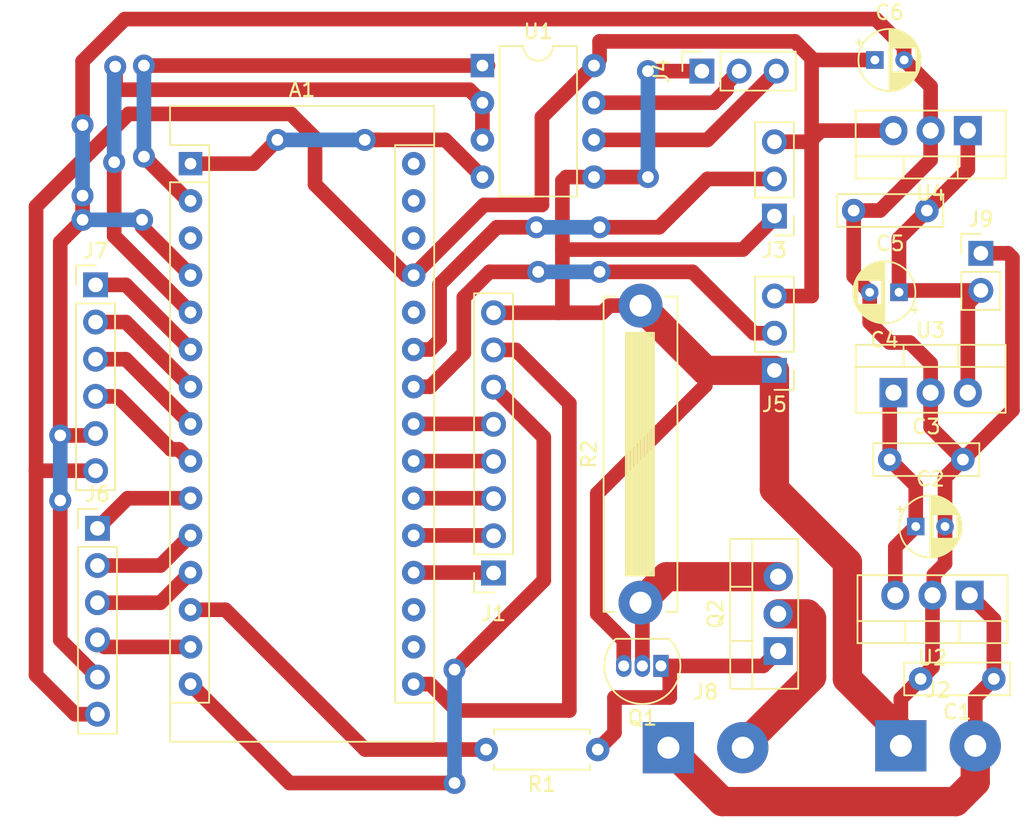
<source format=kicad_pcb>
(kicad_pcb (version 20191123) (host pcbnew "5.99.0-unknown-d20d310~86~ubuntu19.10.1")

  (general
    (thickness 1.6)
    (drawings 6)
    (tracks 249)
    (modules 24)
    (nets 39)
  )

  (page "A4")
  (layers
    (0 "F.Cu" signal)
    (31 "B.Cu" signal)
    (32 "B.Adhes" user)
    (33 "F.Adhes" user)
    (34 "B.Paste" user)
    (35 "F.Paste" user)
    (36 "B.SilkS" user)
    (37 "F.SilkS" user)
    (38 "B.Mask" user)
    (39 "F.Mask" user)
    (40 "Dwgs.User" user)
    (41 "Cmts.User" user)
    (42 "Eco1.User" user)
    (43 "Eco2.User" user)
    (44 "Edge.Cuts" user)
    (45 "Margin" user)
    (46 "B.CrtYd" user)
    (47 "F.CrtYd" user)
    (48 "B.Fab" user)
    (49 "F.Fab" user)
  )

  (setup
    (stackup
      (layer "F.SilkS" (type "Top Silk Screen"))
      (layer "F.Paste" (type "Top Solder Paste"))
      (layer "F.Mask" (type "Top Solder Mask") (color "Green") (thickness 0.01))
      (layer "F.Cu" (type "copper") (thickness 0.035))
      (layer "dielectric 1" (type "core") (thickness 1.51) (material "FR4") (epsilon_r 4.5) (loss_tangent 0.02))
      (layer "B.Cu" (type "copper") (thickness 0.035))
      (layer "B.Mask" (type "Bottom Solder Mask") (color "Green") (thickness 0.01))
      (layer "B.Paste" (type "Bottom Solder Paste"))
      (layer "B.SilkS" (type "Bottom Silk Screen"))
      (copper_finish "None")
      (dielectric_constraints no)
    )
    (last_trace_width 0.25)
    (user_trace_width 0.5)
    (user_trace_width 1)
    (user_trace_width 2)
    (trace_clearance 0.2)
    (zone_clearance 0.508)
    (zone_45_only no)
    (trace_min 0.2)
    (via_size 0.8)
    (via_drill 0.4)
    (via_min_size 0.4)
    (via_min_drill 0.3)
    (user_via 1.2 0.8)
    (user_via 1.5 0.8)
    (uvia_size 0.3)
    (uvia_drill 0.1)
    (uvias_allowed no)
    (uvia_min_size 0.2)
    (uvia_min_drill 0.1)
    (max_error 0.005)
    (defaults
      (edge_clearance 0.01)
      (edge_cuts_line_width 0.05)
      (courtyard_line_width 0.05)
      (copper_line_width 0.2)
      (copper_text_dims (size 1.5 1.5) (thickness 0.3))
      (silk_line_width 0.12)
      (silk_text_dims (size 1 1) (thickness 0.15))
      (other_layers_line_width 0.1)
      (other_layers_text_dims (size 1 1) (thickness 0.15))
    )
    (pad_size 1.524 1.524)
    (pad_drill 0.762)
    (pad_to_mask_clearance 0.051)
    (solder_mask_min_width 0.25)
    (aux_axis_origin 0 0)
    (visible_elements FFFFFF7F)
    (pcbplotparams
      (layerselection 0x00040_7fffffff)
      (usegerberextensions false)
      (usegerberattributes false)
      (usegerberadvancedattributes false)
      (creategerberjobfile false)
      (excludeedgelayer true)
      (linewidth 0.100000)
      (plotframeref false)
      (viasonmask false)
      (mode 1)
      (useauxorigin false)
      (hpglpennumber 1)
      (hpglpenspeed 20)
      (hpglpendiameter 15.000000)
      (psnegative false)
      (psa4output false)
      (plotreference true)
      (plotvalue true)
      (plotinvisibletext false)
      (padsonsilk false)
      (subtractmaskfromsilk false)
      (outputformat 1)
      (mirror false)
      (drillshape 0)
      (scaleselection 1)
      (outputdirectory "")
    )
  )

  (net 0 "")
  (net 1 "Net-(A1-Pad13)")
  (net 2 "Net-(A1-Pad30)")
  (net 3 "Net-(A1-Pad29)")
  (net 4 "Net-(A1-Pad28)")
  (net 5 "Net-(A1-Pad12)")
  (net 6 "Net-(A1-Pad27)")
  (net 7 "Net-(A1-Pad11)")
  (net 8 "Net-(A1-Pad26)")
  (net 9 "Net-(A1-Pad10)")
  (net 10 "Net-(A1-Pad25)")
  (net 11 "Net-(A1-Pad9)")
  (net 12 "Net-(A1-Pad24)")
  (net 13 "Net-(A1-Pad8)")
  (net 14 "Net-(A1-Pad23)")
  (net 15 "Net-(A1-Pad7)")
  (net 16 "Net-(A1-Pad22)")
  (net 17 "Net-(A1-Pad6)")
  (net 18 "Net-(A1-Pad21)")
  (net 19 "Net-(A1-Pad5)")
  (net 20 "Net-(A1-Pad20)")
  (net 21 "Net-(A1-Pad4)")
  (net 22 "Net-(A1-Pad19)")
  (net 23 "Net-(A1-Pad3)")
  (net 24 "Net-(A1-Pad18)")
  (net 25 "Net-(A1-Pad2)")
  (net 26 "Net-(A1-Pad17)")
  (net 27 "Net-(A1-Pad1)")
  (net 28 "Net-(J4-Pad3)")
  (net 29 "Net-(J4-Pad2)")
  (net 30 "Net-(J8-Pad2)")
  (net 31 "Net-(Q1-Pad1)")
  (net 32 "Net-(Q1-Pad2)")
  (net 33 "Net-(C1-Pad1)")
  (net 34 "Net-(C2-Pad1)")
  (net 35 "Net-(C4-Pad1)")
  (net 36 "Net-(A1-Pad16)")
  (net 37 "Net-(A1-Pad15)")
  (net 38 "Net-(A1-Pad14)")

  (net_class "Default" "This is the default net class."
    (clearance 0.2)
    (trace_width 0.25)
    (via_dia 0.8)
    (via_drill 0.4)
    (uvia_dia 0.3)
    (uvia_drill 0.1)
    (add_net "Net-(A1-Pad1)")
    (add_net "Net-(A1-Pad10)")
    (add_net "Net-(A1-Pad11)")
    (add_net "Net-(A1-Pad12)")
    (add_net "Net-(A1-Pad13)")
    (add_net "Net-(A1-Pad14)")
    (add_net "Net-(A1-Pad15)")
    (add_net "Net-(A1-Pad16)")
    (add_net "Net-(A1-Pad17)")
    (add_net "Net-(A1-Pad18)")
    (add_net "Net-(A1-Pad19)")
    (add_net "Net-(A1-Pad2)")
    (add_net "Net-(A1-Pad20)")
    (add_net "Net-(A1-Pad21)")
    (add_net "Net-(A1-Pad22)")
    (add_net "Net-(A1-Pad23)")
    (add_net "Net-(A1-Pad24)")
    (add_net "Net-(A1-Pad25)")
    (add_net "Net-(A1-Pad26)")
    (add_net "Net-(A1-Pad27)")
    (add_net "Net-(A1-Pad28)")
    (add_net "Net-(A1-Pad29)")
    (add_net "Net-(A1-Pad3)")
    (add_net "Net-(A1-Pad30)")
    (add_net "Net-(A1-Pad4)")
    (add_net "Net-(A1-Pad5)")
    (add_net "Net-(A1-Pad6)")
    (add_net "Net-(A1-Pad7)")
    (add_net "Net-(A1-Pad8)")
    (add_net "Net-(A1-Pad9)")
    (add_net "Net-(C1-Pad1)")
    (add_net "Net-(C2-Pad1)")
    (add_net "Net-(C4-Pad1)")
    (add_net "Net-(J4-Pad2)")
    (add_net "Net-(J4-Pad3)")
    (add_net "Net-(J8-Pad2)")
    (add_net "Net-(Q1-Pad1)")
    (add_net "Net-(Q1-Pad2)")
  )

  (module "Capacitor_THT:C_Rect_L7.0mm_W2.0mm_P5.00mm" (layer "F.Cu") (tedit 5AE50EF0) (tstamp 5DFBBB21)
    (at 77.502869 28.321 180)
    (descr "C, Rect series, Radial, pin pitch=5.00mm, , length*width=7*2mm^2, Capacitor")
    (tags "C Rect series Radial pin pitch 5.00mm  length 7mm width 2mm Capacitor")
    (path "/5E004C17")
    (fp_text reference "C5" (at 2.5 -2.25) (layer "F.SilkS")
      (effects (font (size 1 1) (thickness 0.15)))
    )
    (fp_text value "C" (at 2.5 2.25) (layer "F.Fab")
      (effects (font (size 1 1) (thickness 0.15)))
    )
    (fp_text user "%R" (at 2.5 0) (layer "F.Fab")
      (effects (font (size 1 1) (thickness 0.15)))
    )
    (fp_line (start 6.25 -1.25) (end -1.25 -1.25) (layer "F.CrtYd") (width 0.05))
    (fp_line (start 6.25 1.25) (end 6.25 -1.25) (layer "F.CrtYd") (width 0.05))
    (fp_line (start -1.25 1.25) (end 6.25 1.25) (layer "F.CrtYd") (width 0.05))
    (fp_line (start -1.25 -1.25) (end -1.25 1.25) (layer "F.CrtYd") (width 0.05))
    (fp_line (start 6.12 -1.12) (end 6.12 1.12) (layer "F.SilkS") (width 0.12))
    (fp_line (start -1.12 -1.12) (end -1.12 1.12) (layer "F.SilkS") (width 0.12))
    (fp_line (start -1.12 1.12) (end 6.12 1.12) (layer "F.SilkS") (width 0.12))
    (fp_line (start -1.12 -1.12) (end 6.12 -1.12) (layer "F.SilkS") (width 0.12))
    (fp_line (start 6 -1) (end -1 -1) (layer "F.Fab") (width 0.1))
    (fp_line (start 6 1) (end 6 -1) (layer "F.Fab") (width 0.1))
    (fp_line (start -1 1) (end 6 1) (layer "F.Fab") (width 0.1))
    (fp_line (start -1 -1) (end -1 1) (layer "F.Fab") (width 0.1))
    (pad "2" thru_hole circle (at 5 0 180) (size 1.6 1.6) (drill 0.8) (layers *.Cu *.Mask)
      (net 21 "Net-(A1-Pad4)"))
    (pad "1" thru_hole circle (at 0 0 180) (size 1.6 1.6) (drill 0.8) (layers *.Cu *.Mask)
      (net 35 "Net-(C4-Pad1)"))
    (model "${KISYS3DMOD}/Capacitor_THT.3dshapes/C_Rect_L7.0mm_W2.0mm_P5.00mm.wrl"
      (at (xyz 0 0 0))
      (scale (xyz 1 1 1))
      (rotate (xyz 0 0 0))
    )
  )

  (module "Capacitor_THT:C_Rect_L7.0mm_W2.0mm_P5.00mm" (layer "F.Cu") (tedit 5AE50EF0) (tstamp 5DFBB9D2)
    (at 74.962869 45.339)
    (descr "C, Rect series, Radial, pin pitch=5.00mm, , length*width=7*2mm^2, Capacitor")
    (tags "C Rect series Radial pin pitch 5.00mm  length 7mm width 2mm Capacitor")
    (path "/5DFFF527")
    (fp_text reference "C3" (at 2.5 -2.25) (layer "F.SilkS")
      (effects (font (size 1 1) (thickness 0.15)))
    )
    (fp_text value "C" (at 2.5 2.25) (layer "F.Fab")
      (effects (font (size 1 1) (thickness 0.15)))
    )
    (fp_text user "%R" (at 2.5 0) (layer "F.Fab")
      (effects (font (size 1 1) (thickness 0.15)))
    )
    (fp_line (start 6.25 -1.25) (end -1.25 -1.25) (layer "F.CrtYd") (width 0.05))
    (fp_line (start 6.25 1.25) (end 6.25 -1.25) (layer "F.CrtYd") (width 0.05))
    (fp_line (start -1.25 1.25) (end 6.25 1.25) (layer "F.CrtYd") (width 0.05))
    (fp_line (start -1.25 -1.25) (end -1.25 1.25) (layer "F.CrtYd") (width 0.05))
    (fp_line (start 6.12 -1.12) (end 6.12 1.12) (layer "F.SilkS") (width 0.12))
    (fp_line (start -1.12 -1.12) (end -1.12 1.12) (layer "F.SilkS") (width 0.12))
    (fp_line (start -1.12 1.12) (end 6.12 1.12) (layer "F.SilkS") (width 0.12))
    (fp_line (start -1.12 -1.12) (end 6.12 -1.12) (layer "F.SilkS") (width 0.12))
    (fp_line (start 6 -1) (end -1 -1) (layer "F.Fab") (width 0.1))
    (fp_line (start 6 1) (end 6 -1) (layer "F.Fab") (width 0.1))
    (fp_line (start -1 1) (end 6 1) (layer "F.Fab") (width 0.1))
    (fp_line (start -1 -1) (end -1 1) (layer "F.Fab") (width 0.1))
    (pad "2" thru_hole circle (at 5 0) (size 1.6 1.6) (drill 0.8) (layers *.Cu *.Mask)
      (net 21 "Net-(A1-Pad4)"))
    (pad "1" thru_hole circle (at 0 0) (size 1.6 1.6) (drill 0.8) (layers *.Cu *.Mask)
      (net 34 "Net-(C2-Pad1)"))
    (model "${KISYS3DMOD}/Capacitor_THT.3dshapes/C_Rect_L7.0mm_W2.0mm_P5.00mm.wrl"
      (at (xyz 0 0 0))
      (scale (xyz 1 1 1))
      (rotate (xyz 0 0 0))
    )
  )

  (module "Capacitor_THT:C_Rect_L7.0mm_W2.0mm_P5.00mm" (layer "F.Cu") (tedit 5AE50EF0) (tstamp 5DFA16F6)
    (at 82.074869 60.325 180)
    (descr "C, Rect series, Radial, pin pitch=5.00mm, , length*width=7*2mm^2, Capacitor")
    (tags "C Rect series Radial pin pitch 5.00mm  length 7mm width 2mm Capacitor")
    (path "/5DFFC4E2")
    (fp_text reference "C1" (at 2.5 -2.25) (layer "F.SilkS")
      (effects (font (size 1 1) (thickness 0.15)))
    )
    (fp_text value "C" (at 2.5 2.25) (layer "F.Fab")
      (effects (font (size 1 1) (thickness 0.15)))
    )
    (fp_text user "%R" (at 2.5 0) (layer "F.Fab")
      (effects (font (size 1 1) (thickness 0.15)))
    )
    (fp_line (start 6.25 -1.25) (end -1.25 -1.25) (layer "F.CrtYd") (width 0.05))
    (fp_line (start 6.25 1.25) (end 6.25 -1.25) (layer "F.CrtYd") (width 0.05))
    (fp_line (start -1.25 1.25) (end 6.25 1.25) (layer "F.CrtYd") (width 0.05))
    (fp_line (start -1.25 -1.25) (end -1.25 1.25) (layer "F.CrtYd") (width 0.05))
    (fp_line (start 6.12 -1.12) (end 6.12 1.12) (layer "F.SilkS") (width 0.12))
    (fp_line (start -1.12 -1.12) (end -1.12 1.12) (layer "F.SilkS") (width 0.12))
    (fp_line (start -1.12 1.12) (end 6.12 1.12) (layer "F.SilkS") (width 0.12))
    (fp_line (start -1.12 -1.12) (end 6.12 -1.12) (layer "F.SilkS") (width 0.12))
    (fp_line (start 6 -1) (end -1 -1) (layer "F.Fab") (width 0.1))
    (fp_line (start 6 1) (end 6 -1) (layer "F.Fab") (width 0.1))
    (fp_line (start -1 1) (end 6 1) (layer "F.Fab") (width 0.1))
    (fp_line (start -1 -1) (end -1 1) (layer "F.Fab") (width 0.1))
    (pad "2" thru_hole circle (at 5 0 180) (size 1.6 1.6) (drill 0.8) (layers *.Cu *.Mask)
      (net 21 "Net-(A1-Pad4)"))
    (pad "1" thru_hole circle (at 0 0 180) (size 1.6 1.6) (drill 0.8) (layers *.Cu *.Mask)
      (net 33 "Net-(C1-Pad1)"))
    (model "${KISYS3DMOD}/Capacitor_THT.3dshapes/C_Rect_L7.0mm_W2.0mm_P5.00mm.wrl"
      (at (xyz 0 0 0))
      (scale (xyz 1 1 1))
      (rotate (xyz 0 0 0))
    )
  )

  (module "Connector_PinHeader_2.54mm:PinHeader_1x02_P2.54mm_Vertical" (layer "F.Cu") (tedit 59FED5CC) (tstamp 5DFAD556)
    (at 81.185869 31.242)
    (descr "Through hole straight pin header, 1x02, 2.54mm pitch, single row")
    (tags "Through hole pin header THT 1x02 2.54mm single row")
    (path "/5DFBCB64")
    (fp_text reference "J9" (at 0 -2.33) (layer "F.SilkS")
      (effects (font (size 1 1) (thickness 0.15)))
    )
    (fp_text value "Fan" (at 0 4.87) (layer "F.Fab")
      (effects (font (size 1 1) (thickness 0.15)))
    )
    (fp_text user "%R" (at 0 1.27 90) (layer "F.Fab")
      (effects (font (size 1 1) (thickness 0.15)))
    )
    (fp_line (start 1.8 -1.8) (end -1.8 -1.8) (layer "F.CrtYd") (width 0.05))
    (fp_line (start 1.8 4.35) (end 1.8 -1.8) (layer "F.CrtYd") (width 0.05))
    (fp_line (start -1.8 4.35) (end 1.8 4.35) (layer "F.CrtYd") (width 0.05))
    (fp_line (start -1.8 -1.8) (end -1.8 4.35) (layer "F.CrtYd") (width 0.05))
    (fp_line (start -1.33 -1.33) (end 0 -1.33) (layer "F.SilkS") (width 0.12))
    (fp_line (start -1.33 0) (end -1.33 -1.33) (layer "F.SilkS") (width 0.12))
    (fp_line (start -1.33 1.27) (end 1.33 1.27) (layer "F.SilkS") (width 0.12))
    (fp_line (start 1.33 1.27) (end 1.33 3.87) (layer "F.SilkS") (width 0.12))
    (fp_line (start -1.33 1.27) (end -1.33 3.87) (layer "F.SilkS") (width 0.12))
    (fp_line (start -1.33 3.87) (end 1.33 3.87) (layer "F.SilkS") (width 0.12))
    (fp_line (start -1.27 -0.635) (end -0.635 -1.27) (layer "F.Fab") (width 0.1))
    (fp_line (start -1.27 3.81) (end -1.27 -0.635) (layer "F.Fab") (width 0.1))
    (fp_line (start 1.27 3.81) (end -1.27 3.81) (layer "F.Fab") (width 0.1))
    (fp_line (start 1.27 -1.27) (end 1.27 3.81) (layer "F.Fab") (width 0.1))
    (fp_line (start -0.635 -1.27) (end 1.27 -1.27) (layer "F.Fab") (width 0.1))
    (pad "2" thru_hole oval (at 0 2.54) (size 1.7 1.7) (drill 1) (layers *.Cu *.Mask)
      (net 35 "Net-(C4-Pad1)"))
    (pad "1" thru_hole rect (at 0 0) (size 1.7 1.7) (drill 1) (layers *.Cu *.Mask)
      (net 21 "Net-(A1-Pad4)"))
    (model "${KISYS3DMOD}/Connector_PinHeader_2.54mm.3dshapes/PinHeader_1x02_P2.54mm_Vertical.wrl"
      (at (xyz 0 0 0))
      (scale (xyz 1 1 1))
      (rotate (xyz 0 0 0))
    )
  )

  (module "Resistor_THT:R_Axial_DIN0207_L6.3mm_D2.5mm_P7.62mm_Horizontal" (layer "F.Cu") (tedit 5AE5139B) (tstamp 5DFA626C)
    (at 55.023869 65.151 180)
    (descr "Resistor, Axial_DIN0207 series, Axial, Horizontal, pin pitch=7.62mm, 0.25W = 1/4W, length*diameter=6.3*2.5mm^2, http://cdn-reichelt.de/documents/datenblatt/B400/1_4W%23YAG.pdf")
    (tags "Resistor Axial_DIN0207 series Axial Horizontal pin pitch 7.62mm 0.25W = 1/4W length 6.3mm diameter 2.5mm")
    (path "/5E065E8D")
    (fp_text reference "R1" (at 3.81 -2.37) (layer "F.SilkS")
      (effects (font (size 1 1) (thickness 0.15)))
    )
    (fp_text value "10K" (at 3.81 2.37) (layer "F.Fab")
      (effects (font (size 1 1) (thickness 0.15)))
    )
    (fp_line (start 0.66 -1.25) (end 0.66 1.25) (layer "F.Fab") (width 0.1))
    (fp_line (start 0.66 1.25) (end 6.96 1.25) (layer "F.Fab") (width 0.1))
    (fp_line (start 6.96 1.25) (end 6.96 -1.25) (layer "F.Fab") (width 0.1))
    (fp_line (start 6.96 -1.25) (end 0.66 -1.25) (layer "F.Fab") (width 0.1))
    (fp_line (start 0 0) (end 0.66 0) (layer "F.Fab") (width 0.1))
    (fp_line (start 7.62 0) (end 6.96 0) (layer "F.Fab") (width 0.1))
    (fp_line (start 0.54 -1.04) (end 0.54 -1.37) (layer "F.SilkS") (width 0.12))
    (fp_line (start 0.54 -1.37) (end 7.08 -1.37) (layer "F.SilkS") (width 0.12))
    (fp_line (start 7.08 -1.37) (end 7.08 -1.04) (layer "F.SilkS") (width 0.12))
    (fp_line (start 0.54 1.04) (end 0.54 1.37) (layer "F.SilkS") (width 0.12))
    (fp_line (start 0.54 1.37) (end 7.08 1.37) (layer "F.SilkS") (width 0.12))
    (fp_line (start 7.08 1.37) (end 7.08 1.04) (layer "F.SilkS") (width 0.12))
    (fp_line (start -1.05 -1.5) (end -1.05 1.5) (layer "F.CrtYd") (width 0.05))
    (fp_line (start -1.05 1.5) (end 8.67 1.5) (layer "F.CrtYd") (width 0.05))
    (fp_line (start 8.67 1.5) (end 8.67 -1.5) (layer "F.CrtYd") (width 0.05))
    (fp_line (start 8.67 -1.5) (end -1.05 -1.5) (layer "F.CrtYd") (width 0.05))
    (fp_text user "%R" (at 3.81 0) (layer "F.Fab")
      (effects (font (size 1 1) (thickness 0.15)))
    )
    (pad "2" thru_hole oval (at 7.62 0 180) (size 1.6 1.6) (drill 0.8) (layers *.Cu *.Mask)
      (net 1 "Net-(A1-Pad13)"))
    (pad "1" thru_hole circle (at 0 0 180) (size 1.6 1.6) (drill 0.8) (layers *.Cu *.Mask)
      (net 31 "Net-(Q1-Pad1)"))
    (model "${KISYS3DMOD}/Resistor_THT.3dshapes/R_Axial_DIN0207_L6.3mm_D2.5mm_P7.62mm_Horizontal.wrl"
      (at (xyz 0 0 0))
      (scale (xyz 1 1 1))
      (rotate (xyz 0 0 0))
    )
  )

  (module "Package_DIP:DIP-8_W7.62mm" (layer "F.Cu") (tedit 5A02E8C5) (tstamp 5DFA4668)
    (at 47.149869 18.415)
    (descr "8-lead though-hole mounted DIP package, row spacing 7.62 mm (300 mils)")
    (tags "THT DIP DIL PDIP 2.54mm 7.62mm 300mil")
    (path "/5DBBA618")
    (fp_text reference "U1" (at 3.81 -2.33) (layer "F.SilkS")
      (effects (font (size 1 1) (thickness 0.15)))
    )
    (fp_text value "SP3485CN" (at 3.81 9.95) (layer "F.Fab")
      (effects (font (size 1 1) (thickness 0.15)))
    )
    (fp_arc (start 3.81 -1.33) (end 2.81 -1.33) (angle -180) (layer "F.SilkS") (width 0.12))
    (fp_line (start 1.635 -1.27) (end 6.985 -1.27) (layer "F.Fab") (width 0.1))
    (fp_line (start 6.985 -1.27) (end 6.985 8.89) (layer "F.Fab") (width 0.1))
    (fp_line (start 6.985 8.89) (end 0.635 8.89) (layer "F.Fab") (width 0.1))
    (fp_line (start 0.635 8.89) (end 0.635 -0.27) (layer "F.Fab") (width 0.1))
    (fp_line (start 0.635 -0.27) (end 1.635 -1.27) (layer "F.Fab") (width 0.1))
    (fp_line (start 2.81 -1.33) (end 1.16 -1.33) (layer "F.SilkS") (width 0.12))
    (fp_line (start 1.16 -1.33) (end 1.16 8.95) (layer "F.SilkS") (width 0.12))
    (fp_line (start 1.16 8.95) (end 6.46 8.95) (layer "F.SilkS") (width 0.12))
    (fp_line (start 6.46 8.95) (end 6.46 -1.33) (layer "F.SilkS") (width 0.12))
    (fp_line (start 6.46 -1.33) (end 4.81 -1.33) (layer "F.SilkS") (width 0.12))
    (fp_line (start -1.1 -1.55) (end -1.1 9.15) (layer "F.CrtYd") (width 0.05))
    (fp_line (start -1.1 9.15) (end 8.7 9.15) (layer "F.CrtYd") (width 0.05))
    (fp_line (start 8.7 9.15) (end 8.7 -1.55) (layer "F.CrtYd") (width 0.05))
    (fp_line (start 8.7 -1.55) (end -1.1 -1.55) (layer "F.CrtYd") (width 0.05))
    (fp_text user "%R" (at 3.81 3.81) (layer "F.Fab")
      (effects (font (size 1 1) (thickness 0.15)))
    )
    (pad "8" thru_hole oval (at 7.62 0) (size 1.6 1.6) (drill 0.8) (layers *.Cu *.Mask)
      (net 6 "Net-(A1-Pad27)"))
    (pad "4" thru_hole oval (at 0 7.62) (size 1.6 1.6) (drill 0.8) (layers *.Cu *.Mask)
      (net 27 "Net-(A1-Pad1)"))
    (pad "7" thru_hole oval (at 7.62 2.54) (size 1.6 1.6) (drill 0.8) (layers *.Cu *.Mask)
      (net 29 "Net-(J4-Pad2)"))
    (pad "3" thru_hole oval (at 0 5.08) (size 1.6 1.6) (drill 0.8) (layers *.Cu *.Mask)
      (net 19 "Net-(A1-Pad5)"))
    (pad "6" thru_hole oval (at 7.62 5.08) (size 1.6 1.6) (drill 0.8) (layers *.Cu *.Mask)
      (net 28 "Net-(J4-Pad3)"))
    (pad "2" thru_hole oval (at 0 2.54) (size 1.6 1.6) (drill 0.8) (layers *.Cu *.Mask)
      (net 19 "Net-(A1-Pad5)"))
    (pad "5" thru_hole oval (at 7.62 7.62) (size 1.6 1.6) (drill 0.8) (layers *.Cu *.Mask)
      (net 21 "Net-(A1-Pad4)"))
    (pad "1" thru_hole rect (at 0 0) (size 1.6 1.6) (drill 0.8) (layers *.Cu *.Mask)
      (net 25 "Net-(A1-Pad2)"))
    (model "${KISYS3DMOD}/Package_DIP.3dshapes/DIP-8_W7.62mm.wrl"
      (at (xyz 0 0 0))
      (scale (xyz 1 1 1))
      (rotate (xyz 0 0 0))
    )
  )

  (module "Package_TO_SOT_THT:TO-220-3_Vertical" (layer "F.Cu") (tedit 5AC8BA0D) (tstamp 5DF9E1AB)
    (at 80.423869 54.61 180)
    (descr "TO-220-3, Vertical, RM 2.54mm, see https://www.vishay.com/docs/66542/to-220-1.pdf")
    (tags "TO-220-3 Vertical RM 2.54mm")
    (path "/5DFAFB13")
    (fp_text reference "U2" (at 2.54 -4.27) (layer "F.SilkS")
      (effects (font (size 1 1) (thickness 0.15)))
    )
    (fp_text value "L7824" (at 2.54 2.5) (layer "F.Fab")
      (effects (font (size 1 1) (thickness 0.15)))
    )
    (fp_line (start -2.46 -3.15) (end -2.46 1.25) (layer "F.Fab") (width 0.1))
    (fp_line (start -2.46 1.25) (end 7.54 1.25) (layer "F.Fab") (width 0.1))
    (fp_line (start 7.54 1.25) (end 7.54 -3.15) (layer "F.Fab") (width 0.1))
    (fp_line (start 7.54 -3.15) (end -2.46 -3.15) (layer "F.Fab") (width 0.1))
    (fp_line (start -2.46 -1.88) (end 7.54 -1.88) (layer "F.Fab") (width 0.1))
    (fp_line (start 0.69 -3.15) (end 0.69 -1.88) (layer "F.Fab") (width 0.1))
    (fp_line (start 4.39 -3.15) (end 4.39 -1.88) (layer "F.Fab") (width 0.1))
    (fp_line (start -2.58 -3.27) (end 7.66 -3.27) (layer "F.SilkS") (width 0.12))
    (fp_line (start -2.58 1.371) (end 7.66 1.371) (layer "F.SilkS") (width 0.12))
    (fp_line (start -2.58 -3.27) (end -2.58 1.371) (layer "F.SilkS") (width 0.12))
    (fp_line (start 7.66 -3.27) (end 7.66 1.371) (layer "F.SilkS") (width 0.12))
    (fp_line (start -2.58 -1.76) (end 7.66 -1.76) (layer "F.SilkS") (width 0.12))
    (fp_line (start 0.69 -3.27) (end 0.69 -1.76) (layer "F.SilkS") (width 0.12))
    (fp_line (start 4.391 -3.27) (end 4.391 -1.76) (layer "F.SilkS") (width 0.12))
    (fp_line (start -2.71 -3.4) (end -2.71 1.51) (layer "F.CrtYd") (width 0.05))
    (fp_line (start -2.71 1.51) (end 7.79 1.51) (layer "F.CrtYd") (width 0.05))
    (fp_line (start 7.79 1.51) (end 7.79 -3.4) (layer "F.CrtYd") (width 0.05))
    (fp_line (start 7.79 -3.4) (end -2.71 -3.4) (layer "F.CrtYd") (width 0.05))
    (fp_text user "%R" (at 2.54 -4.27) (layer "F.Fab")
      (effects (font (size 1 1) (thickness 0.15)))
    )
    (pad "3" thru_hole oval (at 5.08 0 180) (size 1.905 2) (drill 1.1) (layers *.Cu *.Mask)
      (net 34 "Net-(C2-Pad1)"))
    (pad "2" thru_hole oval (at 2.54 0 180) (size 1.905 2) (drill 1.1) (layers *.Cu *.Mask)
      (net 21 "Net-(A1-Pad4)"))
    (pad "1" thru_hole rect (at 0 0 180) (size 1.905 2) (drill 1.1) (layers *.Cu *.Mask)
      (net 33 "Net-(C1-Pad1)"))
    (model "${KISYS3DMOD}/Package_TO_SOT_THT.3dshapes/TO-220-3_Vertical.wrl"
      (at (xyz 0 0 0))
      (scale (xyz 1 1 1))
      (rotate (xyz 0 0 0))
    )
  )

  (module "Resistor_THT:R_Bare_Metal_Element_L21.3mm_W4.8mm_P20.30mm" (layer "F.Cu") (tedit 5AE5139B) (tstamp 5DF90DBC)
    (at 57.944869 55.118 90)
    (descr "Resistor, Bare_Metal_Element series, Bare Metal Strip/Wire, Horizontal, pin pitch=20.3mm, 5W, length*width=21.3*4.8mm^2, https://www.bourns.com/pdfs/PWR4412-2S.pdf")
    (tags "Resistor Bare_Metal_Element series Bare Metal Strip Wire Horizontal pin pitch 20.3mm 5W length 21.3mm width 4.8mm ")
    (path "/5DFF6B58")
    (fp_text reference "R2" (at 10.15 -3.52 90) (layer "F.SilkS")
      (effects (font (size 1 1) (thickness 0.15)))
    )
    (fp_text value "0,33" (at 10.15 3.52 90) (layer "F.Fab")
      (effects (font (size 1 1) (thickness 0.15)))
    )
    (fp_text user "%R" (at 10.15 0 90) (layer "F.Fab")
      (effects (font (size 1 1) (thickness 0.15)))
    )
    (fp_line (start 22.05 -2.65) (end -1.75 -2.65) (layer "F.CrtYd") (width 0.05))
    (fp_line (start 22.05 2.65) (end 22.05 -2.65) (layer "F.CrtYd") (width 0.05))
    (fp_line (start -1.75 2.65) (end 22.05 2.65) (layer "F.CrtYd") (width 0.05))
    (fp_line (start -1.75 -2.65) (end -1.75 2.65) (layer "F.CrtYd") (width 0.05))
    (fp_line (start 18.44 -1) (end 18.44 0.92) (layer "F.SilkS") (width 0.12))
    (fp_line (start 1.86 -1) (end 1.86 0.92) (layer "F.SilkS") (width 0.12))
    (fp_line (start 1.86 0.92) (end 18.44 0.92) (layer "F.SilkS") (width 0.12))
    (fp_line (start 1.86 0.8) (end 18.44 0.8) (layer "F.SilkS") (width 0.12))
    (fp_line (start 1.86 0.68) (end 18.44 0.68) (layer "F.SilkS") (width 0.12))
    (fp_line (start 1.86 0.56) (end 18.44 0.56) (layer "F.SilkS") (width 0.12))
    (fp_line (start 1.86 0.44) (end 18.44 0.44) (layer "F.SilkS") (width 0.12))
    (fp_line (start 1.86 0.32) (end 18.44 0.32) (layer "F.SilkS") (width 0.12))
    (fp_line (start 1.86 0.2) (end 18.44 0.2) (layer "F.SilkS") (width 0.12))
    (fp_line (start 1.86 0.08) (end 18.44 0.08) (layer "F.SilkS") (width 0.12))
    (fp_line (start 1.86 -0.04) (end 18.44 -0.04) (layer "F.SilkS") (width 0.12))
    (fp_line (start 1.86 -0.16) (end 18.44 -0.16) (layer "F.SilkS") (width 0.12))
    (fp_line (start 1.86 -0.28) (end 18.44 -0.28) (layer "F.SilkS") (width 0.12))
    (fp_line (start 1.86 -0.4) (end 18.44 -0.4) (layer "F.SilkS") (width 0.12))
    (fp_line (start 1.86 -0.52) (end 18.44 -0.52) (layer "F.SilkS") (width 0.12))
    (fp_line (start 1.86 -0.64) (end 18.44 -0.64) (layer "F.SilkS") (width 0.12))
    (fp_line (start 1.86 -0.76) (end 18.44 -0.76) (layer "F.SilkS") (width 0.12))
    (fp_line (start 1.86 -0.88) (end 18.44 -0.88) (layer "F.SilkS") (width 0.12))
    (fp_line (start 1.86 -1) (end 18.44 -1) (layer "F.SilkS") (width 0.12))
    (fp_line (start 20.92 2.52) (end 20.92 1.74) (layer "F.SilkS") (width 0.12))
    (fp_line (start -0.62 2.52) (end 20.92 2.52) (layer "F.SilkS") (width 0.12))
    (fp_line (start -0.62 1.74) (end -0.62 2.52) (layer "F.SilkS") (width 0.12))
    (fp_line (start 20.92 -2.52) (end 20.92 -1.74) (layer "F.SilkS") (width 0.12))
    (fp_line (start -0.62 -2.52) (end 20.92 -2.52) (layer "F.SilkS") (width 0.12))
    (fp_line (start -0.62 -1.74) (end -0.62 -2.52) (layer "F.SilkS") (width 0.12))
    (fp_line (start 20.8 -2.4) (end -0.5 -2.4) (layer "F.Fab") (width 0.1))
    (fp_line (start 20.8 2.4) (end 20.8 -2.4) (layer "F.Fab") (width 0.1))
    (fp_line (start -0.5 2.4) (end 20.8 2.4) (layer "F.Fab") (width 0.1))
    (fp_line (start -0.5 -2.4) (end -0.5 2.4) (layer "F.Fab") (width 0.1))
    (pad "2" thru_hole oval (at 20.3 0 90) (size 3 3) (drill 1.5) (layers *.Cu *.Mask)
      (net 21 "Net-(A1-Pad4)"))
    (pad "1" thru_hole circle (at 0 0 90) (size 3 3) (drill 1.5) (layers *.Cu *.Mask)
      (net 32 "Net-(Q1-Pad2)"))
    (model "${KISYS3DMOD}/Resistor_THT.3dshapes/R_Bare_Metal_Element_L21.3mm_W4.8mm_P20.30mm.wrl"
      (at (xyz 0 0 0))
      (scale (xyz 1 1 1))
      (rotate (xyz 0 0 0))
    )
  )

  (module "Connector_Wire:SolderWirePad_1x02_P5.08mm_Drill1.5mm" (layer "F.Cu") (tedit 5AEE5F19) (tstamp 5DF90CD5)
    (at 75.724869 64.897)
    (descr "Wire solder connection")
    (tags "connector")
    (path "/5DB9A863")
    (attr virtual)
    (fp_text reference "J2" (at 2.54 -3.81) (layer "F.SilkS")
      (effects (font (size 1 1) (thickness 0.15)))
    )
    (fp_text value "Power 30V" (at 2.54 3.81) (layer "F.Fab")
      (effects (font (size 1 1) (thickness 0.15)))
    )
    (fp_line (start 7.33 2.25) (end -2.25 2.25) (layer "F.CrtYd") (width 0.05))
    (fp_line (start 7.33 2.25) (end 7.33 -2.25) (layer "F.CrtYd") (width 0.05))
    (fp_line (start -2.25 -2.25) (end -2.25 2.25) (layer "F.CrtYd") (width 0.05))
    (fp_line (start -2.25 -2.25) (end 7.33 -2.25) (layer "F.CrtYd") (width 0.05))
    (fp_text user "%R" (at 2.54 0) (layer "F.Fab")
      (effects (font (size 1 1) (thickness 0.15)))
    )
    (pad "2" thru_hole circle (at 5.08 0) (size 3.50012 3.50012) (drill 1.50114) (layers *.Cu *.Mask)
      (net 33 "Net-(C1-Pad1)"))
    (pad "1" thru_hole rect (at 0 0) (size 3.50012 3.50012) (drill 1.50114) (layers *.Cu *.Mask)
      (net 21 "Net-(A1-Pad4)"))
  )

  (module "Capacitor_THT:CP_Radial_D4.0mm_P2.00mm" (layer "F.Cu") (tedit 5AE50EF0) (tstamp 5DF9E930)
    (at 73.946869 18.034)
    (descr "CP, Radial series, Radial, pin pitch=2.00mm, , diameter=4mm, Electrolytic Capacitor")
    (tags "CP Radial series Radial pin pitch 2.00mm  diameter 4mm Electrolytic Capacitor")
    (path "/5E0314F1")
    (fp_text reference "C6" (at 1 -3.25) (layer "F.SilkS")
      (effects (font (size 1 1) (thickness 0.15)))
    )
    (fp_text value "CP" (at 1 3.25) (layer "F.Fab")
      (effects (font (size 1 1) (thickness 0.15)))
    )
    (fp_text user "%R" (at 1 0) (layer "F.Fab")
      (effects (font (size 0.8 0.8) (thickness 0.12)))
    )
    (fp_line (start -1.069801 -1.395) (end -1.069801 -0.995) (layer "F.SilkS") (width 0.12))
    (fp_line (start -1.269801 -1.195) (end -0.869801 -1.195) (layer "F.SilkS") (width 0.12))
    (fp_line (start 3.081 -0.37) (end 3.081 0.37) (layer "F.SilkS") (width 0.12))
    (fp_line (start 3.041 -0.537) (end 3.041 0.537) (layer "F.SilkS") (width 0.12))
    (fp_line (start 3.001 -0.664) (end 3.001 0.664) (layer "F.SilkS") (width 0.12))
    (fp_line (start 2.961 -0.768) (end 2.961 0.768) (layer "F.SilkS") (width 0.12))
    (fp_line (start 2.921 -0.859) (end 2.921 0.859) (layer "F.SilkS") (width 0.12))
    (fp_line (start 2.881 -0.94) (end 2.881 0.94) (layer "F.SilkS") (width 0.12))
    (fp_line (start 2.841 -1.013) (end 2.841 1.013) (layer "F.SilkS") (width 0.12))
    (fp_line (start 2.801 0.84) (end 2.801 1.08) (layer "F.SilkS") (width 0.12))
    (fp_line (start 2.801 -1.08) (end 2.801 -0.84) (layer "F.SilkS") (width 0.12))
    (fp_line (start 2.761 0.84) (end 2.761 1.142) (layer "F.SilkS") (width 0.12))
    (fp_line (start 2.761 -1.142) (end 2.761 -0.84) (layer "F.SilkS") (width 0.12))
    (fp_line (start 2.721 0.84) (end 2.721 1.2) (layer "F.SilkS") (width 0.12))
    (fp_line (start 2.721 -1.2) (end 2.721 -0.84) (layer "F.SilkS") (width 0.12))
    (fp_line (start 2.681 0.84) (end 2.681 1.254) (layer "F.SilkS") (width 0.12))
    (fp_line (start 2.681 -1.254) (end 2.681 -0.84) (layer "F.SilkS") (width 0.12))
    (fp_line (start 2.641 0.84) (end 2.641 1.304) (layer "F.SilkS") (width 0.12))
    (fp_line (start 2.641 -1.304) (end 2.641 -0.84) (layer "F.SilkS") (width 0.12))
    (fp_line (start 2.601 0.84) (end 2.601 1.351) (layer "F.SilkS") (width 0.12))
    (fp_line (start 2.601 -1.351) (end 2.601 -0.84) (layer "F.SilkS") (width 0.12))
    (fp_line (start 2.561 0.84) (end 2.561 1.396) (layer "F.SilkS") (width 0.12))
    (fp_line (start 2.561 -1.396) (end 2.561 -0.84) (layer "F.SilkS") (width 0.12))
    (fp_line (start 2.521 0.84) (end 2.521 1.438) (layer "F.SilkS") (width 0.12))
    (fp_line (start 2.521 -1.438) (end 2.521 -0.84) (layer "F.SilkS") (width 0.12))
    (fp_line (start 2.481 0.84) (end 2.481 1.478) (layer "F.SilkS") (width 0.12))
    (fp_line (start 2.481 -1.478) (end 2.481 -0.84) (layer "F.SilkS") (width 0.12))
    (fp_line (start 2.441 0.84) (end 2.441 1.516) (layer "F.SilkS") (width 0.12))
    (fp_line (start 2.441 -1.516) (end 2.441 -0.84) (layer "F.SilkS") (width 0.12))
    (fp_line (start 2.401 0.84) (end 2.401 1.552) (layer "F.SilkS") (width 0.12))
    (fp_line (start 2.401 -1.552) (end 2.401 -0.84) (layer "F.SilkS") (width 0.12))
    (fp_line (start 2.361 0.84) (end 2.361 1.587) (layer "F.SilkS") (width 0.12))
    (fp_line (start 2.361 -1.587) (end 2.361 -0.84) (layer "F.SilkS") (width 0.12))
    (fp_line (start 2.321 0.84) (end 2.321 1.619) (layer "F.SilkS") (width 0.12))
    (fp_line (start 2.321 -1.619) (end 2.321 -0.84) (layer "F.SilkS") (width 0.12))
    (fp_line (start 2.281 0.84) (end 2.281 1.65) (layer "F.SilkS") (width 0.12))
    (fp_line (start 2.281 -1.65) (end 2.281 -0.84) (layer "F.SilkS") (width 0.12))
    (fp_line (start 2.241 0.84) (end 2.241 1.68) (layer "F.SilkS") (width 0.12))
    (fp_line (start 2.241 -1.68) (end 2.241 -0.84) (layer "F.SilkS") (width 0.12))
    (fp_line (start 2.201 0.84) (end 2.201 1.708) (layer "F.SilkS") (width 0.12))
    (fp_line (start 2.201 -1.708) (end 2.201 -0.84) (layer "F.SilkS") (width 0.12))
    (fp_line (start 2.161 0.84) (end 2.161 1.735) (layer "F.SilkS") (width 0.12))
    (fp_line (start 2.161 -1.735) (end 2.161 -0.84) (layer "F.SilkS") (width 0.12))
    (fp_line (start 2.121 0.84) (end 2.121 1.76) (layer "F.SilkS") (width 0.12))
    (fp_line (start 2.121 -1.76) (end 2.121 -0.84) (layer "F.SilkS") (width 0.12))
    (fp_line (start 2.081 0.84) (end 2.081 1.785) (layer "F.SilkS") (width 0.12))
    (fp_line (start 2.081 -1.785) (end 2.081 -0.84) (layer "F.SilkS") (width 0.12))
    (fp_line (start 2.041 0.84) (end 2.041 1.808) (layer "F.SilkS") (width 0.12))
    (fp_line (start 2.041 -1.808) (end 2.041 -0.84) (layer "F.SilkS") (width 0.12))
    (fp_line (start 2.001 0.84) (end 2.001 1.83) (layer "F.SilkS") (width 0.12))
    (fp_line (start 2.001 -1.83) (end 2.001 -0.84) (layer "F.SilkS") (width 0.12))
    (fp_line (start 1.961 0.84) (end 1.961 1.851) (layer "F.SilkS") (width 0.12))
    (fp_line (start 1.961 -1.851) (end 1.961 -0.84) (layer "F.SilkS") (width 0.12))
    (fp_line (start 1.921 0.84) (end 1.921 1.87) (layer "F.SilkS") (width 0.12))
    (fp_line (start 1.921 -1.87) (end 1.921 -0.84) (layer "F.SilkS") (width 0.12))
    (fp_line (start 1.881 0.84) (end 1.881 1.889) (layer "F.SilkS") (width 0.12))
    (fp_line (start 1.881 -1.889) (end 1.881 -0.84) (layer "F.SilkS") (width 0.12))
    (fp_line (start 1.841 0.84) (end 1.841 1.907) (layer "F.SilkS") (width 0.12))
    (fp_line (start 1.841 -1.907) (end 1.841 -0.84) (layer "F.SilkS") (width 0.12))
    (fp_line (start 1.801 0.84) (end 1.801 1.924) (layer "F.SilkS") (width 0.12))
    (fp_line (start 1.801 -1.924) (end 1.801 -0.84) (layer "F.SilkS") (width 0.12))
    (fp_line (start 1.761 0.84) (end 1.761 1.94) (layer "F.SilkS") (width 0.12))
    (fp_line (start 1.761 -1.94) (end 1.761 -0.84) (layer "F.SilkS") (width 0.12))
    (fp_line (start 1.721 0.84) (end 1.721 1.954) (layer "F.SilkS") (width 0.12))
    (fp_line (start 1.721 -1.954) (end 1.721 -0.84) (layer "F.SilkS") (width 0.12))
    (fp_line (start 1.68 0.84) (end 1.68 1.968) (layer "F.SilkS") (width 0.12))
    (fp_line (start 1.68 -1.968) (end 1.68 -0.84) (layer "F.SilkS") (width 0.12))
    (fp_line (start 1.64 0.84) (end 1.64 1.982) (layer "F.SilkS") (width 0.12))
    (fp_line (start 1.64 -1.982) (end 1.64 -0.84) (layer "F.SilkS") (width 0.12))
    (fp_line (start 1.6 0.84) (end 1.6 1.994) (layer "F.SilkS") (width 0.12))
    (fp_line (start 1.6 -1.994) (end 1.6 -0.84) (layer "F.SilkS") (width 0.12))
    (fp_line (start 1.56 0.84) (end 1.56 2.005) (layer "F.SilkS") (width 0.12))
    (fp_line (start 1.56 -2.005) (end 1.56 -0.84) (layer "F.SilkS") (width 0.12))
    (fp_line (start 1.52 0.84) (end 1.52 2.016) (layer "F.SilkS") (width 0.12))
    (fp_line (start 1.52 -2.016) (end 1.52 -0.84) (layer "F.SilkS") (width 0.12))
    (fp_line (start 1.48 0.84) (end 1.48 2.025) (layer "F.SilkS") (width 0.12))
    (fp_line (start 1.48 -2.025) (end 1.48 -0.84) (layer "F.SilkS") (width 0.12))
    (fp_line (start 1.44 0.84) (end 1.44 2.034) (layer "F.SilkS") (width 0.12))
    (fp_line (start 1.44 -2.034) (end 1.44 -0.84) (layer "F.SilkS") (width 0.12))
    (fp_line (start 1.4 0.84) (end 1.4 2.042) (layer "F.SilkS") (width 0.12))
    (fp_line (start 1.4 -2.042) (end 1.4 -0.84) (layer "F.SilkS") (width 0.12))
    (fp_line (start 1.36 0.84) (end 1.36 2.05) (layer "F.SilkS") (width 0.12))
    (fp_line (start 1.36 -2.05) (end 1.36 -0.84) (layer "F.SilkS") (width 0.12))
    (fp_line (start 1.32 0.84) (end 1.32 2.056) (layer "F.SilkS") (width 0.12))
    (fp_line (start 1.32 -2.056) (end 1.32 -0.84) (layer "F.SilkS") (width 0.12))
    (fp_line (start 1.28 0.84) (end 1.28 2.062) (layer "F.SilkS") (width 0.12))
    (fp_line (start 1.28 -2.062) (end 1.28 -0.84) (layer "F.SilkS") (width 0.12))
    (fp_line (start 1.24 0.84) (end 1.24 2.067) (layer "F.SilkS") (width 0.12))
    (fp_line (start 1.24 -2.067) (end 1.24 -0.84) (layer "F.SilkS") (width 0.12))
    (fp_line (start 1.2 0.84) (end 1.2 2.071) (layer "F.SilkS") (width 0.12))
    (fp_line (start 1.2 -2.071) (end 1.2 -0.84) (layer "F.SilkS") (width 0.12))
    (fp_line (start 1.16 -2.074) (end 1.16 2.074) (layer "F.SilkS") (width 0.12))
    (fp_line (start 1.12 -2.077) (end 1.12 2.077) (layer "F.SilkS") (width 0.12))
    (fp_line (start 1.08 -2.079) (end 1.08 2.079) (layer "F.SilkS") (width 0.12))
    (fp_line (start 1.04 -2.08) (end 1.04 2.08) (layer "F.SilkS") (width 0.12))
    (fp_line (start 1 -2.08) (end 1 2.08) (layer "F.SilkS") (width 0.12))
    (fp_line (start -0.502554 -1.0675) (end -0.502554 -0.6675) (layer "F.Fab") (width 0.1))
    (fp_line (start -0.702554 -0.8675) (end -0.302554 -0.8675) (layer "F.Fab") (width 0.1))
    (fp_circle (center 1 0) (end 3.25 0) (layer "F.CrtYd") (width 0.05))
    (fp_circle (center 1 0) (end 3.12 0) (layer "F.SilkS") (width 0.12))
    (fp_circle (center 1 0) (end 3 0) (layer "F.Fab") (width 0.1))
    (pad "2" thru_hole circle (at 2 0) (size 1.2 1.2) (drill 0.6) (layers *.Cu *.Mask)
      (net 21 "Net-(A1-Pad4)"))
    (pad "1" thru_hole rect (at 0 0) (size 1.2 1.2) (drill 0.6) (layers *.Cu *.Mask)
      (net 6 "Net-(A1-Pad27)"))
    (model "${KISYS3DMOD}/Capacitor_THT.3dshapes/CP_Radial_D4.0mm_P2.00mm.wrl"
      (at (xyz 0 0 0))
      (scale (xyz 1 1 1))
      (rotate (xyz 0 0 0))
    )
  )

  (module "Capacitor_THT:CP_Radial_D4.0mm_P2.00mm" (layer "F.Cu") (tedit 5AE50EF0) (tstamp 5DF9E8AD)
    (at 75.597869 33.909 180)
    (descr "CP, Radial series, Radial, pin pitch=2.00mm, , diameter=4mm, Electrolytic Capacitor")
    (tags "CP Radial series Radial pin pitch 2.00mm  diameter 4mm Electrolytic Capacitor")
    (path "/5E042291")
    (fp_text reference "C4" (at 1 -3.25) (layer "F.SilkS")
      (effects (font (size 1 1) (thickness 0.15)))
    )
    (fp_text value "CP" (at 1 3.25) (layer "F.Fab")
      (effects (font (size 1 1) (thickness 0.15)))
    )
    (fp_text user "%R" (at 1 0) (layer "F.Fab")
      (effects (font (size 0.8 0.8) (thickness 0.12)))
    )
    (fp_line (start -1.069801 -1.395) (end -1.069801 -0.995) (layer "F.SilkS") (width 0.12))
    (fp_line (start -1.269801 -1.195) (end -0.869801 -1.195) (layer "F.SilkS") (width 0.12))
    (fp_line (start 3.081 -0.37) (end 3.081 0.37) (layer "F.SilkS") (width 0.12))
    (fp_line (start 3.041 -0.537) (end 3.041 0.537) (layer "F.SilkS") (width 0.12))
    (fp_line (start 3.001 -0.664) (end 3.001 0.664) (layer "F.SilkS") (width 0.12))
    (fp_line (start 2.961 -0.768) (end 2.961 0.768) (layer "F.SilkS") (width 0.12))
    (fp_line (start 2.921 -0.859) (end 2.921 0.859) (layer "F.SilkS") (width 0.12))
    (fp_line (start 2.881 -0.94) (end 2.881 0.94) (layer "F.SilkS") (width 0.12))
    (fp_line (start 2.841 -1.013) (end 2.841 1.013) (layer "F.SilkS") (width 0.12))
    (fp_line (start 2.801 0.84) (end 2.801 1.08) (layer "F.SilkS") (width 0.12))
    (fp_line (start 2.801 -1.08) (end 2.801 -0.84) (layer "F.SilkS") (width 0.12))
    (fp_line (start 2.761 0.84) (end 2.761 1.142) (layer "F.SilkS") (width 0.12))
    (fp_line (start 2.761 -1.142) (end 2.761 -0.84) (layer "F.SilkS") (width 0.12))
    (fp_line (start 2.721 0.84) (end 2.721 1.2) (layer "F.SilkS") (width 0.12))
    (fp_line (start 2.721 -1.2) (end 2.721 -0.84) (layer "F.SilkS") (width 0.12))
    (fp_line (start 2.681 0.84) (end 2.681 1.254) (layer "F.SilkS") (width 0.12))
    (fp_line (start 2.681 -1.254) (end 2.681 -0.84) (layer "F.SilkS") (width 0.12))
    (fp_line (start 2.641 0.84) (end 2.641 1.304) (layer "F.SilkS") (width 0.12))
    (fp_line (start 2.641 -1.304) (end 2.641 -0.84) (layer "F.SilkS") (width 0.12))
    (fp_line (start 2.601 0.84) (end 2.601 1.351) (layer "F.SilkS") (width 0.12))
    (fp_line (start 2.601 -1.351) (end 2.601 -0.84) (layer "F.SilkS") (width 0.12))
    (fp_line (start 2.561 0.84) (end 2.561 1.396) (layer "F.SilkS") (width 0.12))
    (fp_line (start 2.561 -1.396) (end 2.561 -0.84) (layer "F.SilkS") (width 0.12))
    (fp_line (start 2.521 0.84) (end 2.521 1.438) (layer "F.SilkS") (width 0.12))
    (fp_line (start 2.521 -1.438) (end 2.521 -0.84) (layer "F.SilkS") (width 0.12))
    (fp_line (start 2.481 0.84) (end 2.481 1.478) (layer "F.SilkS") (width 0.12))
    (fp_line (start 2.481 -1.478) (end 2.481 -0.84) (layer "F.SilkS") (width 0.12))
    (fp_line (start 2.441 0.84) (end 2.441 1.516) (layer "F.SilkS") (width 0.12))
    (fp_line (start 2.441 -1.516) (end 2.441 -0.84) (layer "F.SilkS") (width 0.12))
    (fp_line (start 2.401 0.84) (end 2.401 1.552) (layer "F.SilkS") (width 0.12))
    (fp_line (start 2.401 -1.552) (end 2.401 -0.84) (layer "F.SilkS") (width 0.12))
    (fp_line (start 2.361 0.84) (end 2.361 1.587) (layer "F.SilkS") (width 0.12))
    (fp_line (start 2.361 -1.587) (end 2.361 -0.84) (layer "F.SilkS") (width 0.12))
    (fp_line (start 2.321 0.84) (end 2.321 1.619) (layer "F.SilkS") (width 0.12))
    (fp_line (start 2.321 -1.619) (end 2.321 -0.84) (layer "F.SilkS") (width 0.12))
    (fp_line (start 2.281 0.84) (end 2.281 1.65) (layer "F.SilkS") (width 0.12))
    (fp_line (start 2.281 -1.65) (end 2.281 -0.84) (layer "F.SilkS") (width 0.12))
    (fp_line (start 2.241 0.84) (end 2.241 1.68) (layer "F.SilkS") (width 0.12))
    (fp_line (start 2.241 -1.68) (end 2.241 -0.84) (layer "F.SilkS") (width 0.12))
    (fp_line (start 2.201 0.84) (end 2.201 1.708) (layer "F.SilkS") (width 0.12))
    (fp_line (start 2.201 -1.708) (end 2.201 -0.84) (layer "F.SilkS") (width 0.12))
    (fp_line (start 2.161 0.84) (end 2.161 1.735) (layer "F.SilkS") (width 0.12))
    (fp_line (start 2.161 -1.735) (end 2.161 -0.84) (layer "F.SilkS") (width 0.12))
    (fp_line (start 2.121 0.84) (end 2.121 1.76) (layer "F.SilkS") (width 0.12))
    (fp_line (start 2.121 -1.76) (end 2.121 -0.84) (layer "F.SilkS") (width 0.12))
    (fp_line (start 2.081 0.84) (end 2.081 1.785) (layer "F.SilkS") (width 0.12))
    (fp_line (start 2.081 -1.785) (end 2.081 -0.84) (layer "F.SilkS") (width 0.12))
    (fp_line (start 2.041 0.84) (end 2.041 1.808) (layer "F.SilkS") (width 0.12))
    (fp_line (start 2.041 -1.808) (end 2.041 -0.84) (layer "F.SilkS") (width 0.12))
    (fp_line (start 2.001 0.84) (end 2.001 1.83) (layer "F.SilkS") (width 0.12))
    (fp_line (start 2.001 -1.83) (end 2.001 -0.84) (layer "F.SilkS") (width 0.12))
    (fp_line (start 1.961 0.84) (end 1.961 1.851) (layer "F.SilkS") (width 0.12))
    (fp_line (start 1.961 -1.851) (end 1.961 -0.84) (layer "F.SilkS") (width 0.12))
    (fp_line (start 1.921 0.84) (end 1.921 1.87) (layer "F.SilkS") (width 0.12))
    (fp_line (start 1.921 -1.87) (end 1.921 -0.84) (layer "F.SilkS") (width 0.12))
    (fp_line (start 1.881 0.84) (end 1.881 1.889) (layer "F.SilkS") (width 0.12))
    (fp_line (start 1.881 -1.889) (end 1.881 -0.84) (layer "F.SilkS") (width 0.12))
    (fp_line (start 1.841 0.84) (end 1.841 1.907) (layer "F.SilkS") (width 0.12))
    (fp_line (start 1.841 -1.907) (end 1.841 -0.84) (layer "F.SilkS") (width 0.12))
    (fp_line (start 1.801 0.84) (end 1.801 1.924) (layer "F.SilkS") (width 0.12))
    (fp_line (start 1.801 -1.924) (end 1.801 -0.84) (layer "F.SilkS") (width 0.12))
    (fp_line (start 1.761 0.84) (end 1.761 1.94) (layer "F.SilkS") (width 0.12))
    (fp_line (start 1.761 -1.94) (end 1.761 -0.84) (layer "F.SilkS") (width 0.12))
    (fp_line (start 1.721 0.84) (end 1.721 1.954) (layer "F.SilkS") (width 0.12))
    (fp_line (start 1.721 -1.954) (end 1.721 -0.84) (layer "F.SilkS") (width 0.12))
    (fp_line (start 1.68 0.84) (end 1.68 1.968) (layer "F.SilkS") (width 0.12))
    (fp_line (start 1.68 -1.968) (end 1.68 -0.84) (layer "F.SilkS") (width 0.12))
    (fp_line (start 1.64 0.84) (end 1.64 1.982) (layer "F.SilkS") (width 0.12))
    (fp_line (start 1.64 -1.982) (end 1.64 -0.84) (layer "F.SilkS") (width 0.12))
    (fp_line (start 1.6 0.84) (end 1.6 1.994) (layer "F.SilkS") (width 0.12))
    (fp_line (start 1.6 -1.994) (end 1.6 -0.84) (layer "F.SilkS") (width 0.12))
    (fp_line (start 1.56 0.84) (end 1.56 2.005) (layer "F.SilkS") (width 0.12))
    (fp_line (start 1.56 -2.005) (end 1.56 -0.84) (layer "F.SilkS") (width 0.12))
    (fp_line (start 1.52 0.84) (end 1.52 2.016) (layer "F.SilkS") (width 0.12))
    (fp_line (start 1.52 -2.016) (end 1.52 -0.84) (layer "F.SilkS") (width 0.12))
    (fp_line (start 1.48 0.84) (end 1.48 2.025) (layer "F.SilkS") (width 0.12))
    (fp_line (start 1.48 -2.025) (end 1.48 -0.84) (layer "F.SilkS") (width 0.12))
    (fp_line (start 1.44 0.84) (end 1.44 2.034) (layer "F.SilkS") (width 0.12))
    (fp_line (start 1.44 -2.034) (end 1.44 -0.84) (layer "F.SilkS") (width 0.12))
    (fp_line (start 1.4 0.84) (end 1.4 2.042) (layer "F.SilkS") (width 0.12))
    (fp_line (start 1.4 -2.042) (end 1.4 -0.84) (layer "F.SilkS") (width 0.12))
    (fp_line (start 1.36 0.84) (end 1.36 2.05) (layer "F.SilkS") (width 0.12))
    (fp_line (start 1.36 -2.05) (end 1.36 -0.84) (layer "F.SilkS") (width 0.12))
    (fp_line (start 1.32 0.84) (end 1.32 2.056) (layer "F.SilkS") (width 0.12))
    (fp_line (start 1.32 -2.056) (end 1.32 -0.84) (layer "F.SilkS") (width 0.12))
    (fp_line (start 1.28 0.84) (end 1.28 2.062) (layer "F.SilkS") (width 0.12))
    (fp_line (start 1.28 -2.062) (end 1.28 -0.84) (layer "F.SilkS") (width 0.12))
    (fp_line (start 1.24 0.84) (end 1.24 2.067) (layer "F.SilkS") (width 0.12))
    (fp_line (start 1.24 -2.067) (end 1.24 -0.84) (layer "F.SilkS") (width 0.12))
    (fp_line (start 1.2 0.84) (end 1.2 2.071) (layer "F.SilkS") (width 0.12))
    (fp_line (start 1.2 -2.071) (end 1.2 -0.84) (layer "F.SilkS") (width 0.12))
    (fp_line (start 1.16 -2.074) (end 1.16 2.074) (layer "F.SilkS") (width 0.12))
    (fp_line (start 1.12 -2.077) (end 1.12 2.077) (layer "F.SilkS") (width 0.12))
    (fp_line (start 1.08 -2.079) (end 1.08 2.079) (layer "F.SilkS") (width 0.12))
    (fp_line (start 1.04 -2.08) (end 1.04 2.08) (layer "F.SilkS") (width 0.12))
    (fp_line (start 1 -2.08) (end 1 2.08) (layer "F.SilkS") (width 0.12))
    (fp_line (start -0.502554 -1.0675) (end -0.502554 -0.6675) (layer "F.Fab") (width 0.1))
    (fp_line (start -0.702554 -0.8675) (end -0.302554 -0.8675) (layer "F.Fab") (width 0.1))
    (fp_circle (center 1 0) (end 3.25 0) (layer "F.CrtYd") (width 0.05))
    (fp_circle (center 1 0) (end 3.12 0) (layer "F.SilkS") (width 0.12))
    (fp_circle (center 1 0) (end 3 0) (layer "F.Fab") (width 0.1))
    (pad "2" thru_hole circle (at 2 0 180) (size 1.2 1.2) (drill 0.6) (layers *.Cu *.Mask)
      (net 21 "Net-(A1-Pad4)"))
    (pad "1" thru_hole rect (at 0 0 180) (size 1.2 1.2) (drill 0.6) (layers *.Cu *.Mask)
      (net 35 "Net-(C4-Pad1)"))
    (model "${KISYS3DMOD}/Capacitor_THT.3dshapes/CP_Radial_D4.0mm_P2.00mm.wrl"
      (at (xyz 0 0 0))
      (scale (xyz 1 1 1))
      (rotate (xyz 0 0 0))
    )
  )

  (module "Capacitor_THT:CP_Radial_D4.0mm_P2.00mm" (layer "F.Cu") (tedit 5AE50EF0) (tstamp 5DF9E82A)
    (at 76.740869 49.911)
    (descr "CP, Radial series, Radial, pin pitch=2.00mm, , diameter=4mm, Electrolytic Capacitor")
    (tags "CP Radial series Radial pin pitch 2.00mm  diameter 4mm Electrolytic Capacitor")
    (path "/5E0293EB")
    (fp_text reference "C2" (at 1 -3.25) (layer "F.SilkS")
      (effects (font (size 1 1) (thickness 0.15)))
    )
    (fp_text value "CP" (at 1 3.25) (layer "F.Fab")
      (effects (font (size 1 1) (thickness 0.15)))
    )
    (fp_text user "%R" (at 1 0) (layer "F.Fab")
      (effects (font (size 0.8 0.8) (thickness 0.12)))
    )
    (fp_line (start -1.069801 -1.395) (end -1.069801 -0.995) (layer "F.SilkS") (width 0.12))
    (fp_line (start -1.269801 -1.195) (end -0.869801 -1.195) (layer "F.SilkS") (width 0.12))
    (fp_line (start 3.081 -0.37) (end 3.081 0.37) (layer "F.SilkS") (width 0.12))
    (fp_line (start 3.041 -0.537) (end 3.041 0.537) (layer "F.SilkS") (width 0.12))
    (fp_line (start 3.001 -0.664) (end 3.001 0.664) (layer "F.SilkS") (width 0.12))
    (fp_line (start 2.961 -0.768) (end 2.961 0.768) (layer "F.SilkS") (width 0.12))
    (fp_line (start 2.921 -0.859) (end 2.921 0.859) (layer "F.SilkS") (width 0.12))
    (fp_line (start 2.881 -0.94) (end 2.881 0.94) (layer "F.SilkS") (width 0.12))
    (fp_line (start 2.841 -1.013) (end 2.841 1.013) (layer "F.SilkS") (width 0.12))
    (fp_line (start 2.801 0.84) (end 2.801 1.08) (layer "F.SilkS") (width 0.12))
    (fp_line (start 2.801 -1.08) (end 2.801 -0.84) (layer "F.SilkS") (width 0.12))
    (fp_line (start 2.761 0.84) (end 2.761 1.142) (layer "F.SilkS") (width 0.12))
    (fp_line (start 2.761 -1.142) (end 2.761 -0.84) (layer "F.SilkS") (width 0.12))
    (fp_line (start 2.721 0.84) (end 2.721 1.2) (layer "F.SilkS") (width 0.12))
    (fp_line (start 2.721 -1.2) (end 2.721 -0.84) (layer "F.SilkS") (width 0.12))
    (fp_line (start 2.681 0.84) (end 2.681 1.254) (layer "F.SilkS") (width 0.12))
    (fp_line (start 2.681 -1.254) (end 2.681 -0.84) (layer "F.SilkS") (width 0.12))
    (fp_line (start 2.641 0.84) (end 2.641 1.304) (layer "F.SilkS") (width 0.12))
    (fp_line (start 2.641 -1.304) (end 2.641 -0.84) (layer "F.SilkS") (width 0.12))
    (fp_line (start 2.601 0.84) (end 2.601 1.351) (layer "F.SilkS") (width 0.12))
    (fp_line (start 2.601 -1.351) (end 2.601 -0.84) (layer "F.SilkS") (width 0.12))
    (fp_line (start 2.561 0.84) (end 2.561 1.396) (layer "F.SilkS") (width 0.12))
    (fp_line (start 2.561 -1.396) (end 2.561 -0.84) (layer "F.SilkS") (width 0.12))
    (fp_line (start 2.521 0.84) (end 2.521 1.438) (layer "F.SilkS") (width 0.12))
    (fp_line (start 2.521 -1.438) (end 2.521 -0.84) (layer "F.SilkS") (width 0.12))
    (fp_line (start 2.481 0.84) (end 2.481 1.478) (layer "F.SilkS") (width 0.12))
    (fp_line (start 2.481 -1.478) (end 2.481 -0.84) (layer "F.SilkS") (width 0.12))
    (fp_line (start 2.441 0.84) (end 2.441 1.516) (layer "F.SilkS") (width 0.12))
    (fp_line (start 2.441 -1.516) (end 2.441 -0.84) (layer "F.SilkS") (width 0.12))
    (fp_line (start 2.401 0.84) (end 2.401 1.552) (layer "F.SilkS") (width 0.12))
    (fp_line (start 2.401 -1.552) (end 2.401 -0.84) (layer "F.SilkS") (width 0.12))
    (fp_line (start 2.361 0.84) (end 2.361 1.587) (layer "F.SilkS") (width 0.12))
    (fp_line (start 2.361 -1.587) (end 2.361 -0.84) (layer "F.SilkS") (width 0.12))
    (fp_line (start 2.321 0.84) (end 2.321 1.619) (layer "F.SilkS") (width 0.12))
    (fp_line (start 2.321 -1.619) (end 2.321 -0.84) (layer "F.SilkS") (width 0.12))
    (fp_line (start 2.281 0.84) (end 2.281 1.65) (layer "F.SilkS") (width 0.12))
    (fp_line (start 2.281 -1.65) (end 2.281 -0.84) (layer "F.SilkS") (width 0.12))
    (fp_line (start 2.241 0.84) (end 2.241 1.68) (layer "F.SilkS") (width 0.12))
    (fp_line (start 2.241 -1.68) (end 2.241 -0.84) (layer "F.SilkS") (width 0.12))
    (fp_line (start 2.201 0.84) (end 2.201 1.708) (layer "F.SilkS") (width 0.12))
    (fp_line (start 2.201 -1.708) (end 2.201 -0.84) (layer "F.SilkS") (width 0.12))
    (fp_line (start 2.161 0.84) (end 2.161 1.735) (layer "F.SilkS") (width 0.12))
    (fp_line (start 2.161 -1.735) (end 2.161 -0.84) (layer "F.SilkS") (width 0.12))
    (fp_line (start 2.121 0.84) (end 2.121 1.76) (layer "F.SilkS") (width 0.12))
    (fp_line (start 2.121 -1.76) (end 2.121 -0.84) (layer "F.SilkS") (width 0.12))
    (fp_line (start 2.081 0.84) (end 2.081 1.785) (layer "F.SilkS") (width 0.12))
    (fp_line (start 2.081 -1.785) (end 2.081 -0.84) (layer "F.SilkS") (width 0.12))
    (fp_line (start 2.041 0.84) (end 2.041 1.808) (layer "F.SilkS") (width 0.12))
    (fp_line (start 2.041 -1.808) (end 2.041 -0.84) (layer "F.SilkS") (width 0.12))
    (fp_line (start 2.001 0.84) (end 2.001 1.83) (layer "F.SilkS") (width 0.12))
    (fp_line (start 2.001 -1.83) (end 2.001 -0.84) (layer "F.SilkS") (width 0.12))
    (fp_line (start 1.961 0.84) (end 1.961 1.851) (layer "F.SilkS") (width 0.12))
    (fp_line (start 1.961 -1.851) (end 1.961 -0.84) (layer "F.SilkS") (width 0.12))
    (fp_line (start 1.921 0.84) (end 1.921 1.87) (layer "F.SilkS") (width 0.12))
    (fp_line (start 1.921 -1.87) (end 1.921 -0.84) (layer "F.SilkS") (width 0.12))
    (fp_line (start 1.881 0.84) (end 1.881 1.889) (layer "F.SilkS") (width 0.12))
    (fp_line (start 1.881 -1.889) (end 1.881 -0.84) (layer "F.SilkS") (width 0.12))
    (fp_line (start 1.841 0.84) (end 1.841 1.907) (layer "F.SilkS") (width 0.12))
    (fp_line (start 1.841 -1.907) (end 1.841 -0.84) (layer "F.SilkS") (width 0.12))
    (fp_line (start 1.801 0.84) (end 1.801 1.924) (layer "F.SilkS") (width 0.12))
    (fp_line (start 1.801 -1.924) (end 1.801 -0.84) (layer "F.SilkS") (width 0.12))
    (fp_line (start 1.761 0.84) (end 1.761 1.94) (layer "F.SilkS") (width 0.12))
    (fp_line (start 1.761 -1.94) (end 1.761 -0.84) (layer "F.SilkS") (width 0.12))
    (fp_line (start 1.721 0.84) (end 1.721 1.954) (layer "F.SilkS") (width 0.12))
    (fp_line (start 1.721 -1.954) (end 1.721 -0.84) (layer "F.SilkS") (width 0.12))
    (fp_line (start 1.68 0.84) (end 1.68 1.968) (layer "F.SilkS") (width 0.12))
    (fp_line (start 1.68 -1.968) (end 1.68 -0.84) (layer "F.SilkS") (width 0.12))
    (fp_line (start 1.64 0.84) (end 1.64 1.982) (layer "F.SilkS") (width 0.12))
    (fp_line (start 1.64 -1.982) (end 1.64 -0.84) (layer "F.SilkS") (width 0.12))
    (fp_line (start 1.6 0.84) (end 1.6 1.994) (layer "F.SilkS") (width 0.12))
    (fp_line (start 1.6 -1.994) (end 1.6 -0.84) (layer "F.SilkS") (width 0.12))
    (fp_line (start 1.56 0.84) (end 1.56 2.005) (layer "F.SilkS") (width 0.12))
    (fp_line (start 1.56 -2.005) (end 1.56 -0.84) (layer "F.SilkS") (width 0.12))
    (fp_line (start 1.52 0.84) (end 1.52 2.016) (layer "F.SilkS") (width 0.12))
    (fp_line (start 1.52 -2.016) (end 1.52 -0.84) (layer "F.SilkS") (width 0.12))
    (fp_line (start 1.48 0.84) (end 1.48 2.025) (layer "F.SilkS") (width 0.12))
    (fp_line (start 1.48 -2.025) (end 1.48 -0.84) (layer "F.SilkS") (width 0.12))
    (fp_line (start 1.44 0.84) (end 1.44 2.034) (layer "F.SilkS") (width 0.12))
    (fp_line (start 1.44 -2.034) (end 1.44 -0.84) (layer "F.SilkS") (width 0.12))
    (fp_line (start 1.4 0.84) (end 1.4 2.042) (layer "F.SilkS") (width 0.12))
    (fp_line (start 1.4 -2.042) (end 1.4 -0.84) (layer "F.SilkS") (width 0.12))
    (fp_line (start 1.36 0.84) (end 1.36 2.05) (layer "F.SilkS") (width 0.12))
    (fp_line (start 1.36 -2.05) (end 1.36 -0.84) (layer "F.SilkS") (width 0.12))
    (fp_line (start 1.32 0.84) (end 1.32 2.056) (layer "F.SilkS") (width 0.12))
    (fp_line (start 1.32 -2.056) (end 1.32 -0.84) (layer "F.SilkS") (width 0.12))
    (fp_line (start 1.28 0.84) (end 1.28 2.062) (layer "F.SilkS") (width 0.12))
    (fp_line (start 1.28 -2.062) (end 1.28 -0.84) (layer "F.SilkS") (width 0.12))
    (fp_line (start 1.24 0.84) (end 1.24 2.067) (layer "F.SilkS") (width 0.12))
    (fp_line (start 1.24 -2.067) (end 1.24 -0.84) (layer "F.SilkS") (width 0.12))
    (fp_line (start 1.2 0.84) (end 1.2 2.071) (layer "F.SilkS") (width 0.12))
    (fp_line (start 1.2 -2.071) (end 1.2 -0.84) (layer "F.SilkS") (width 0.12))
    (fp_line (start 1.16 -2.074) (end 1.16 2.074) (layer "F.SilkS") (width 0.12))
    (fp_line (start 1.12 -2.077) (end 1.12 2.077) (layer "F.SilkS") (width 0.12))
    (fp_line (start 1.08 -2.079) (end 1.08 2.079) (layer "F.SilkS") (width 0.12))
    (fp_line (start 1.04 -2.08) (end 1.04 2.08) (layer "F.SilkS") (width 0.12))
    (fp_line (start 1 -2.08) (end 1 2.08) (layer "F.SilkS") (width 0.12))
    (fp_line (start -0.502554 -1.0675) (end -0.502554 -0.6675) (layer "F.Fab") (width 0.1))
    (fp_line (start -0.702554 -0.8675) (end -0.302554 -0.8675) (layer "F.Fab") (width 0.1))
    (fp_circle (center 1 0) (end 3.25 0) (layer "F.CrtYd") (width 0.05))
    (fp_circle (center 1 0) (end 3.12 0) (layer "F.SilkS") (width 0.12))
    (fp_circle (center 1 0) (end 3 0) (layer "F.Fab") (width 0.1))
    (pad "2" thru_hole circle (at 2 0) (size 1.2 1.2) (drill 0.6) (layers *.Cu *.Mask)
      (net 21 "Net-(A1-Pad4)"))
    (pad "1" thru_hole rect (at 0 0) (size 1.2 1.2) (drill 0.6) (layers *.Cu *.Mask)
      (net 34 "Net-(C2-Pad1)"))
    (model "${KISYS3DMOD}/Capacitor_THT.3dshapes/CP_Radial_D4.0mm_P2.00mm.wrl"
      (at (xyz 0 0 0))
      (scale (xyz 1 1 1))
      (rotate (xyz 0 0 0))
    )
  )

  (module "Package_TO_SOT_THT:TO-220-3_Vertical" (layer "F.Cu") (tedit 5AC8BA0D) (tstamp 5DF9E1DF)
    (at 80.296869 22.86 180)
    (descr "TO-220-3, Vertical, RM 2.54mm, see https://www.vishay.com/docs/66542/to-220-1.pdf")
    (tags "TO-220-3 Vertical RM 2.54mm")
    (path "/5DFB7298")
    (fp_text reference "U4" (at 2.54 -4.27) (layer "F.SilkS")
      (effects (font (size 1 1) (thickness 0.15)))
    )
    (fp_text value "L7805" (at 2.54 2.5) (layer "F.Fab")
      (effects (font (size 1 1) (thickness 0.15)))
    )
    (fp_line (start -2.46 -3.15) (end -2.46 1.25) (layer "F.Fab") (width 0.1))
    (fp_line (start -2.46 1.25) (end 7.54 1.25) (layer "F.Fab") (width 0.1))
    (fp_line (start 7.54 1.25) (end 7.54 -3.15) (layer "F.Fab") (width 0.1))
    (fp_line (start 7.54 -3.15) (end -2.46 -3.15) (layer "F.Fab") (width 0.1))
    (fp_line (start -2.46 -1.88) (end 7.54 -1.88) (layer "F.Fab") (width 0.1))
    (fp_line (start 0.69 -3.15) (end 0.69 -1.88) (layer "F.Fab") (width 0.1))
    (fp_line (start 4.39 -3.15) (end 4.39 -1.88) (layer "F.Fab") (width 0.1))
    (fp_line (start -2.58 -3.27) (end 7.66 -3.27) (layer "F.SilkS") (width 0.12))
    (fp_line (start -2.58 1.371) (end 7.66 1.371) (layer "F.SilkS") (width 0.12))
    (fp_line (start -2.58 -3.27) (end -2.58 1.371) (layer "F.SilkS") (width 0.12))
    (fp_line (start 7.66 -3.27) (end 7.66 1.371) (layer "F.SilkS") (width 0.12))
    (fp_line (start -2.58 -1.76) (end 7.66 -1.76) (layer "F.SilkS") (width 0.12))
    (fp_line (start 0.69 -3.27) (end 0.69 -1.76) (layer "F.SilkS") (width 0.12))
    (fp_line (start 4.391 -3.27) (end 4.391 -1.76) (layer "F.SilkS") (width 0.12))
    (fp_line (start -2.71 -3.4) (end -2.71 1.51) (layer "F.CrtYd") (width 0.05))
    (fp_line (start -2.71 1.51) (end 7.79 1.51) (layer "F.CrtYd") (width 0.05))
    (fp_line (start 7.79 1.51) (end 7.79 -3.4) (layer "F.CrtYd") (width 0.05))
    (fp_line (start 7.79 -3.4) (end -2.71 -3.4) (layer "F.CrtYd") (width 0.05))
    (fp_text user "%R" (at 2.54 -4.27) (layer "F.Fab")
      (effects (font (size 1 1) (thickness 0.15)))
    )
    (pad "3" thru_hole oval (at 5.08 0 180) (size 1.905 2) (drill 1.1) (layers *.Cu *.Mask)
      (net 6 "Net-(A1-Pad27)"))
    (pad "2" thru_hole oval (at 2.54 0 180) (size 1.905 2) (drill 1.1) (layers *.Cu *.Mask)
      (net 21 "Net-(A1-Pad4)"))
    (pad "1" thru_hole rect (at 0 0 180) (size 1.905 2) (drill 1.1) (layers *.Cu *.Mask)
      (net 35 "Net-(C4-Pad1)"))
    (model "${KISYS3DMOD}/Package_TO_SOT_THT.3dshapes/TO-220-3_Vertical.wrl"
      (at (xyz 0 0 0))
      (scale (xyz 1 1 1))
      (rotate (xyz 0 0 0))
    )
  )

  (module "Package_TO_SOT_THT:TO-220-3_Vertical" (layer "F.Cu") (tedit 5AC8BA0D) (tstamp 5DF9E1C5)
    (at 75.216869 40.767)
    (descr "TO-220-3, Vertical, RM 2.54mm, see https://www.vishay.com/docs/66542/to-220-1.pdf")
    (tags "TO-220-3 Vertical RM 2.54mm")
    (path "/5DFB5944")
    (fp_text reference "U3" (at 2.54 -4.27) (layer "F.SilkS")
      (effects (font (size 1 1) (thickness 0.15)))
    )
    (fp_text value "L7812" (at 2.54 2.5) (layer "F.Fab")
      (effects (font (size 1 1) (thickness 0.15)))
    )
    (fp_line (start -2.46 -3.15) (end -2.46 1.25) (layer "F.Fab") (width 0.1))
    (fp_line (start -2.46 1.25) (end 7.54 1.25) (layer "F.Fab") (width 0.1))
    (fp_line (start 7.54 1.25) (end 7.54 -3.15) (layer "F.Fab") (width 0.1))
    (fp_line (start 7.54 -3.15) (end -2.46 -3.15) (layer "F.Fab") (width 0.1))
    (fp_line (start -2.46 -1.88) (end 7.54 -1.88) (layer "F.Fab") (width 0.1))
    (fp_line (start 0.69 -3.15) (end 0.69 -1.88) (layer "F.Fab") (width 0.1))
    (fp_line (start 4.39 -3.15) (end 4.39 -1.88) (layer "F.Fab") (width 0.1))
    (fp_line (start -2.58 -3.27) (end 7.66 -3.27) (layer "F.SilkS") (width 0.12))
    (fp_line (start -2.58 1.371) (end 7.66 1.371) (layer "F.SilkS") (width 0.12))
    (fp_line (start -2.58 -3.27) (end -2.58 1.371) (layer "F.SilkS") (width 0.12))
    (fp_line (start 7.66 -3.27) (end 7.66 1.371) (layer "F.SilkS") (width 0.12))
    (fp_line (start -2.58 -1.76) (end 7.66 -1.76) (layer "F.SilkS") (width 0.12))
    (fp_line (start 0.69 -3.27) (end 0.69 -1.76) (layer "F.SilkS") (width 0.12))
    (fp_line (start 4.391 -3.27) (end 4.391 -1.76) (layer "F.SilkS") (width 0.12))
    (fp_line (start -2.71 -3.4) (end -2.71 1.51) (layer "F.CrtYd") (width 0.05))
    (fp_line (start -2.71 1.51) (end 7.79 1.51) (layer "F.CrtYd") (width 0.05))
    (fp_line (start 7.79 1.51) (end 7.79 -3.4) (layer "F.CrtYd") (width 0.05))
    (fp_line (start 7.79 -3.4) (end -2.71 -3.4) (layer "F.CrtYd") (width 0.05))
    (fp_text user "%R" (at 2.54 -4.27) (layer "F.Fab")
      (effects (font (size 1 1) (thickness 0.15)))
    )
    (pad "3" thru_hole oval (at 5.08 0) (size 1.905 2) (drill 1.1) (layers *.Cu *.Mask)
      (net 35 "Net-(C4-Pad1)"))
    (pad "2" thru_hole oval (at 2.54 0) (size 1.905 2) (drill 1.1) (layers *.Cu *.Mask)
      (net 21 "Net-(A1-Pad4)"))
    (pad "1" thru_hole rect (at 0 0) (size 1.905 2) (drill 1.1) (layers *.Cu *.Mask)
      (net 34 "Net-(C2-Pad1)"))
    (model "${KISYS3DMOD}/Package_TO_SOT_THT.3dshapes/TO-220-3_Vertical.wrl"
      (at (xyz 0 0 0))
      (scale (xyz 1 1 1))
      (rotate (xyz 0 0 0))
    )
  )

  (module "Package_TO_SOT_THT:TO-220-3_Vertical" (layer "F.Cu") (tedit 5AC8BA0D) (tstamp 5DF90D85)
    (at 67.342869 58.42 90)
    (descr "TO-220-3, Vertical, RM 2.54mm, see https://www.vishay.com/docs/66542/to-220-1.pdf")
    (tags "TO-220-3 Vertical RM 2.54mm")
    (path "/5E053644")
    (fp_text reference "Q2" (at 2.54 -4.27 90) (layer "F.SilkS")
      (effects (font (size 1 1) (thickness 0.15)))
    )
    (fp_text value "Q_NMOS_GDS" (at 2.54 2.5 90) (layer "F.Fab")
      (effects (font (size 1 1) (thickness 0.15)))
    )
    (fp_text user "%R" (at 2.54 -4.27 90) (layer "F.Fab")
      (effects (font (size 1 1) (thickness 0.15)))
    )
    (fp_line (start 7.79 -3.4) (end -2.71 -3.4) (layer "F.CrtYd") (width 0.05))
    (fp_line (start 7.79 1.51) (end 7.79 -3.4) (layer "F.CrtYd") (width 0.05))
    (fp_line (start -2.71 1.51) (end 7.79 1.51) (layer "F.CrtYd") (width 0.05))
    (fp_line (start -2.71 -3.4) (end -2.71 1.51) (layer "F.CrtYd") (width 0.05))
    (fp_line (start 4.391 -3.27) (end 4.391 -1.76) (layer "F.SilkS") (width 0.12))
    (fp_line (start 0.69 -3.27) (end 0.69 -1.76) (layer "F.SilkS") (width 0.12))
    (fp_line (start -2.58 -1.76) (end 7.66 -1.76) (layer "F.SilkS") (width 0.12))
    (fp_line (start 7.66 -3.27) (end 7.66 1.371) (layer "F.SilkS") (width 0.12))
    (fp_line (start -2.58 -3.27) (end -2.58 1.371) (layer "F.SilkS") (width 0.12))
    (fp_line (start -2.58 1.371) (end 7.66 1.371) (layer "F.SilkS") (width 0.12))
    (fp_line (start -2.58 -3.27) (end 7.66 -3.27) (layer "F.SilkS") (width 0.12))
    (fp_line (start 4.39 -3.15) (end 4.39 -1.88) (layer "F.Fab") (width 0.1))
    (fp_line (start 0.69 -3.15) (end 0.69 -1.88) (layer "F.Fab") (width 0.1))
    (fp_line (start -2.46 -1.88) (end 7.54 -1.88) (layer "F.Fab") (width 0.1))
    (fp_line (start 7.54 -3.15) (end -2.46 -3.15) (layer "F.Fab") (width 0.1))
    (fp_line (start 7.54 1.25) (end 7.54 -3.15) (layer "F.Fab") (width 0.1))
    (fp_line (start -2.46 1.25) (end 7.54 1.25) (layer "F.Fab") (width 0.1))
    (fp_line (start -2.46 -3.15) (end -2.46 1.25) (layer "F.Fab") (width 0.1))
    (pad "3" thru_hole oval (at 5.08 0 90) (size 1.905 2) (drill 1.1) (layers *.Cu *.Mask)
      (net 32 "Net-(Q1-Pad2)"))
    (pad "2" thru_hole oval (at 2.54 0 90) (size 1.905 2) (drill 1.1) (layers *.Cu *.Mask)
      (net 30 "Net-(J8-Pad2)"))
    (pad "1" thru_hole rect (at 0 0 90) (size 1.905 2) (drill 1.1) (layers *.Cu *.Mask)
      (net 31 "Net-(Q1-Pad1)"))
    (model "${KISYS3DMOD}/Package_TO_SOT_THT.3dshapes/TO-220-3_Vertical.wrl"
      (at (xyz 0 0 0))
      (scale (xyz 1 1 1))
      (rotate (xyz 0 0 0))
    )
  )

  (module "Package_TO_SOT_THT:TO-92_Inline" (layer "F.Cu") (tedit 5A1DD157) (tstamp 5DF90D6B)
    (at 59.341869 59.436 180)
    (descr "TO-92 leads in-line, narrow, oval pads, drill 0.75mm (see NXP sot054_po.pdf)")
    (tags "to-92 sc-43 sc-43a sot54 PA33 transistor")
    (path "/5E0062A4")
    (fp_text reference "Q1" (at 1.27 -3.56) (layer "F.SilkS")
      (effects (font (size 1 1) (thickness 0.15)))
    )
    (fp_text value "BC547" (at 1.27 2.79) (layer "F.Fab")
      (effects (font (size 1 1) (thickness 0.15)))
    )
    (fp_arc (start 1.27 0) (end 1.27 -2.6) (angle 135) (layer "F.SilkS") (width 0.12))
    (fp_arc (start 1.27 0) (end 1.27 -2.48) (angle -135) (layer "F.Fab") (width 0.1))
    (fp_arc (start 1.27 0) (end 1.27 -2.6) (angle -135) (layer "F.SilkS") (width 0.12))
    (fp_arc (start 1.27 0) (end 1.27 -2.48) (angle 135) (layer "F.Fab") (width 0.1))
    (fp_line (start 4 2.01) (end -1.46 2.01) (layer "F.CrtYd") (width 0.05))
    (fp_line (start 4 2.01) (end 4 -2.73) (layer "F.CrtYd") (width 0.05))
    (fp_line (start -1.46 -2.73) (end -1.46 2.01) (layer "F.CrtYd") (width 0.05))
    (fp_line (start -1.46 -2.73) (end 4 -2.73) (layer "F.CrtYd") (width 0.05))
    (fp_line (start -0.5 1.75) (end 3 1.75) (layer "F.Fab") (width 0.1))
    (fp_line (start -0.53 1.85) (end 3.07 1.85) (layer "F.SilkS") (width 0.12))
    (fp_text user "%R" (at 1.27 -3.56) (layer "F.Fab")
      (effects (font (size 1 1) (thickness 0.15)))
    )
    (pad "1" thru_hole rect (at 0 0 180) (size 1.05 1.5) (drill 0.75) (layers *.Cu *.Mask)
      (net 31 "Net-(Q1-Pad1)"))
    (pad "3" thru_hole oval (at 2.54 0 180) (size 1.05 1.5) (drill 0.75) (layers *.Cu *.Mask)
      (net 21 "Net-(A1-Pad4)"))
    (pad "2" thru_hole oval (at 1.27 0 180) (size 1.05 1.5) (drill 0.75) (layers *.Cu *.Mask)
      (net 32 "Net-(Q1-Pad2)"))
    (model "${KISYS3DMOD}/Package_TO_SOT_THT.3dshapes/TO-92_Inline.wrl"
      (at (xyz 0 0 0))
      (scale (xyz 1 1 1))
      (rotate (xyz 0 0 0))
    )
  )

  (module "Connector_Wire:SolderWirePad_1x02_P5.08mm_Drill1.5mm" (layer "F.Cu") (tedit 5AEE5F19) (tstamp 5DF90D59)
    (at 59.849869 65.024)
    (descr "Wire solder connection")
    (tags "connector")
    (path "/5E05DE1F")
    (attr virtual)
    (fp_text reference "J8" (at 2.54 -3.81) (layer "F.SilkS")
      (effects (font (size 1 1) (thickness 0.15)))
    )
    (fp_text value "LED" (at 2.54 3.81) (layer "F.Fab")
      (effects (font (size 1 1) (thickness 0.15)))
    )
    (fp_line (start 7.33 2.25) (end -2.25 2.25) (layer "F.CrtYd") (width 0.05))
    (fp_line (start 7.33 2.25) (end 7.33 -2.25) (layer "F.CrtYd") (width 0.05))
    (fp_line (start -2.25 -2.25) (end -2.25 2.25) (layer "F.CrtYd") (width 0.05))
    (fp_line (start -2.25 -2.25) (end 7.33 -2.25) (layer "F.CrtYd") (width 0.05))
    (fp_text user "%R" (at 2.54 0) (layer "F.Fab")
      (effects (font (size 1 1) (thickness 0.15)))
    )
    (pad "2" thru_hole circle (at 5.08 0) (size 3.50012 3.50012) (drill 1.50114) (layers *.Cu *.Mask)
      (net 30 "Net-(J8-Pad2)"))
    (pad "1" thru_hole rect (at 0 0) (size 3.50012 3.50012) (drill 1.50114) (layers *.Cu *.Mask)
      (net 33 "Net-(C1-Pad1)"))
  )

  (module "Connector_PinHeader_2.54mm:PinHeader_1x06_P2.54mm_Vertical" (layer "F.Cu") (tedit 59FED5CC) (tstamp 5DF915F3)
    (at 20.733869 33.401)
    (descr "Through hole straight pin header, 1x06, 2.54mm pitch, single row")
    (tags "Through hole pin header THT 1x06 2.54mm single row")
    (path "/5DFB3ADF")
    (fp_text reference "J7" (at 0 -2.33) (layer "F.SilkS")
      (effects (font (size 1 1) (thickness 0.15)))
    )
    (fp_text value "Motor1" (at 0 15.03) (layer "F.Fab")
      (effects (font (size 1 1) (thickness 0.15)))
    )
    (fp_text user "%R" (at 0 6.35 90) (layer "F.Fab")
      (effects (font (size 1 1) (thickness 0.15)))
    )
    (fp_line (start 1.8 -1.8) (end -1.8 -1.8) (layer "F.CrtYd") (width 0.05))
    (fp_line (start 1.8 14.5) (end 1.8 -1.8) (layer "F.CrtYd") (width 0.05))
    (fp_line (start -1.8 14.5) (end 1.8 14.5) (layer "F.CrtYd") (width 0.05))
    (fp_line (start -1.8 -1.8) (end -1.8 14.5) (layer "F.CrtYd") (width 0.05))
    (fp_line (start -1.33 -1.33) (end 0 -1.33) (layer "F.SilkS") (width 0.12))
    (fp_line (start -1.33 0) (end -1.33 -1.33) (layer "F.SilkS") (width 0.12))
    (fp_line (start -1.33 1.27) (end 1.33 1.27) (layer "F.SilkS") (width 0.12))
    (fp_line (start 1.33 1.27) (end 1.33 14.03) (layer "F.SilkS") (width 0.12))
    (fp_line (start -1.33 1.27) (end -1.33 14.03) (layer "F.SilkS") (width 0.12))
    (fp_line (start -1.33 14.03) (end 1.33 14.03) (layer "F.SilkS") (width 0.12))
    (fp_line (start -1.27 -0.635) (end -0.635 -1.27) (layer "F.Fab") (width 0.1))
    (fp_line (start -1.27 13.97) (end -1.27 -0.635) (layer "F.Fab") (width 0.1))
    (fp_line (start 1.27 13.97) (end -1.27 13.97) (layer "F.Fab") (width 0.1))
    (fp_line (start 1.27 -1.27) (end 1.27 13.97) (layer "F.Fab") (width 0.1))
    (fp_line (start -0.635 -1.27) (end 1.27 -1.27) (layer "F.Fab") (width 0.1))
    (pad "6" thru_hole oval (at 0 12.7) (size 1.7 1.7) (drill 1) (layers *.Cu *.Mask)
      (net 6 "Net-(A1-Pad27)"))
    (pad "5" thru_hole oval (at 0 10.16) (size 1.7 1.7) (drill 1) (layers *.Cu *.Mask)
      (net 21 "Net-(A1-Pad4)"))
    (pad "4" thru_hole oval (at 0 7.62) (size 1.7 1.7) (drill 1) (layers *.Cu *.Mask)
      (net 11 "Net-(A1-Pad9)"))
    (pad "3" thru_hole oval (at 0 5.08) (size 1.7 1.7) (drill 1) (layers *.Cu *.Mask)
      (net 13 "Net-(A1-Pad8)"))
    (pad "2" thru_hole oval (at 0 2.54) (size 1.7 1.7) (drill 1) (layers *.Cu *.Mask)
      (net 15 "Net-(A1-Pad7)"))
    (pad "1" thru_hole rect (at 0 0) (size 1.7 1.7) (drill 1) (layers *.Cu *.Mask)
      (net 17 "Net-(A1-Pad6)"))
    (model "${KISYS3DMOD}/Connector_PinHeader_2.54mm.3dshapes/PinHeader_1x06_P2.54mm_Vertical.wrl"
      (at (xyz 0 0 0))
      (scale (xyz 1 1 1))
      (rotate (xyz 0 0 0))
    )
  )

  (module "Connector_PinHeader_2.54mm:PinHeader_1x06_P2.54mm_Vertical" (layer "F.Cu") (tedit 59FED5CC) (tstamp 5DF914DE)
    (at 20.860869 50.038)
    (descr "Through hole straight pin header, 1x06, 2.54mm pitch, single row")
    (tags "Through hole pin header THT 1x06 2.54mm single row")
    (path "/5E065E8B")
    (fp_text reference "J6" (at 0 -2.33) (layer "F.SilkS")
      (effects (font (size 1 1) (thickness 0.15)))
    )
    (fp_text value "Motor2" (at 0 15.03) (layer "F.Fab")
      (effects (font (size 1 1) (thickness 0.15)))
    )
    (fp_text user "%R" (at 0 6.35 90) (layer "F.Fab")
      (effects (font (size 1 1) (thickness 0.15)))
    )
    (fp_line (start 1.8 -1.8) (end -1.8 -1.8) (layer "F.CrtYd") (width 0.05))
    (fp_line (start 1.8 14.5) (end 1.8 -1.8) (layer "F.CrtYd") (width 0.05))
    (fp_line (start -1.8 14.5) (end 1.8 14.5) (layer "F.CrtYd") (width 0.05))
    (fp_line (start -1.8 -1.8) (end -1.8 14.5) (layer "F.CrtYd") (width 0.05))
    (fp_line (start -1.33 -1.33) (end 0 -1.33) (layer "F.SilkS") (width 0.12))
    (fp_line (start -1.33 0) (end -1.33 -1.33) (layer "F.SilkS") (width 0.12))
    (fp_line (start -1.33 1.27) (end 1.33 1.27) (layer "F.SilkS") (width 0.12))
    (fp_line (start 1.33 1.27) (end 1.33 14.03) (layer "F.SilkS") (width 0.12))
    (fp_line (start -1.33 1.27) (end -1.33 14.03) (layer "F.SilkS") (width 0.12))
    (fp_line (start -1.33 14.03) (end 1.33 14.03) (layer "F.SilkS") (width 0.12))
    (fp_line (start -1.27 -0.635) (end -0.635 -1.27) (layer "F.Fab") (width 0.1))
    (fp_line (start -1.27 13.97) (end -1.27 -0.635) (layer "F.Fab") (width 0.1))
    (fp_line (start 1.27 13.97) (end -1.27 13.97) (layer "F.Fab") (width 0.1))
    (fp_line (start 1.27 -1.27) (end 1.27 13.97) (layer "F.Fab") (width 0.1))
    (fp_line (start -0.635 -1.27) (end 1.27 -1.27) (layer "F.Fab") (width 0.1))
    (pad "6" thru_hole oval (at 0 12.7) (size 1.7 1.7) (drill 1) (layers *.Cu *.Mask)
      (net 6 "Net-(A1-Pad27)"))
    (pad "5" thru_hole oval (at 0 10.16) (size 1.7 1.7) (drill 1) (layers *.Cu *.Mask)
      (net 21 "Net-(A1-Pad4)"))
    (pad "4" thru_hole oval (at 0 7.62) (size 1.7 1.7) (drill 1) (layers *.Cu *.Mask)
      (net 38 "Net-(A1-Pad14)"))
    (pad "3" thru_hole oval (at 0 5.08) (size 1.7 1.7) (drill 1) (layers *.Cu *.Mask)
      (net 5 "Net-(A1-Pad12)"))
    (pad "2" thru_hole oval (at 0 2.54) (size 1.7 1.7) (drill 1) (layers *.Cu *.Mask)
      (net 7 "Net-(A1-Pad11)"))
    (pad "1" thru_hole rect (at 0 0) (size 1.7 1.7) (drill 1) (layers *.Cu *.Mask)
      (net 9 "Net-(A1-Pad10)"))
    (model "${KISYS3DMOD}/Connector_PinHeader_2.54mm.3dshapes/PinHeader_1x06_P2.54mm_Vertical.wrl"
      (at (xyz 0 0 0))
      (scale (xyz 1 1 1))
      (rotate (xyz 0 0 0))
    )
  )

  (module "Connector_PinHeader_2.54mm:PinHeader_1x03_P2.54mm_Vertical" (layer "F.Cu") (tedit 59FED5CC) (tstamp 5DF90D1A)
    (at 67.088869 39.243 180)
    (descr "Through hole straight pin header, 1x03, 2.54mm pitch, single row")
    (tags "Through hole pin header THT 1x03 2.54mm single row")
    (path "/5DFEC7E2")
    (fp_text reference "J5" (at 0 -2.33) (layer "F.SilkS")
      (effects (font (size 1 1) (thickness 0.15)))
    )
    (fp_text value "EndStop1" (at 0 7.41) (layer "F.Fab")
      (effects (font (size 1 1) (thickness 0.15)))
    )
    (fp_text user "%R" (at 0 2.54 90) (layer "F.Fab")
      (effects (font (size 1 1) (thickness 0.15)))
    )
    (fp_line (start 1.8 -1.8) (end -1.8 -1.8) (layer "F.CrtYd") (width 0.05))
    (fp_line (start 1.8 6.85) (end 1.8 -1.8) (layer "F.CrtYd") (width 0.05))
    (fp_line (start -1.8 6.85) (end 1.8 6.85) (layer "F.CrtYd") (width 0.05))
    (fp_line (start -1.8 -1.8) (end -1.8 6.85) (layer "F.CrtYd") (width 0.05))
    (fp_line (start -1.33 -1.33) (end 0 -1.33) (layer "F.SilkS") (width 0.12))
    (fp_line (start -1.33 0) (end -1.33 -1.33) (layer "F.SilkS") (width 0.12))
    (fp_line (start -1.33 1.27) (end 1.33 1.27) (layer "F.SilkS") (width 0.12))
    (fp_line (start 1.33 1.27) (end 1.33 6.41) (layer "F.SilkS") (width 0.12))
    (fp_line (start -1.33 1.27) (end -1.33 6.41) (layer "F.SilkS") (width 0.12))
    (fp_line (start -1.33 6.41) (end 1.33 6.41) (layer "F.SilkS") (width 0.12))
    (fp_line (start -1.27 -0.635) (end -0.635 -1.27) (layer "F.Fab") (width 0.1))
    (fp_line (start -1.27 6.35) (end -1.27 -0.635) (layer "F.Fab") (width 0.1))
    (fp_line (start 1.27 6.35) (end -1.27 6.35) (layer "F.Fab") (width 0.1))
    (fp_line (start 1.27 -1.27) (end 1.27 6.35) (layer "F.Fab") (width 0.1))
    (fp_line (start -0.635 -1.27) (end 1.27 -1.27) (layer "F.Fab") (width 0.1))
    (pad "3" thru_hole oval (at 0 5.08 180) (size 1.7 1.7) (drill 1) (layers *.Cu *.Mask)
      (net 6 "Net-(A1-Pad27)"))
    (pad "2" thru_hole oval (at 0 2.54 180) (size 1.7 1.7) (drill 1) (layers *.Cu *.Mask)
      (net 12 "Net-(A1-Pad24)"))
    (pad "1" thru_hole rect (at 0 0 180) (size 1.7 1.7) (drill 1) (layers *.Cu *.Mask)
      (net 21 "Net-(A1-Pad4)"))
    (model "${KISYS3DMOD}/Connector_PinHeader_2.54mm.3dshapes/PinHeader_1x03_P2.54mm_Vertical.wrl"
      (at (xyz 0 0 0))
      (scale (xyz 1 1 1))
      (rotate (xyz 0 0 0))
    )
  )

  (module "Connector_PinSocket_2.54mm:PinSocket_1x03_P2.54mm_Vertical" (layer "F.Cu") (tedit 5A19A429) (tstamp 5DF91722)
    (at 62.135869 18.796 90)
    (descr "Through hole straight socket strip, 1x03, 2.54mm pitch, single row (from Kicad 4.0.7), script generated")
    (tags "Through hole socket strip THT 1x03 2.54mm single row")
    (path "/5DBC171A")
    (fp_text reference "J4" (at 0 -2.77 90) (layer "F.SilkS")
      (effects (font (size 1 1) (thickness 0.15)))
    )
    (fp_text value "DMX" (at 0 7.85 90) (layer "F.Fab")
      (effects (font (size 1 1) (thickness 0.15)))
    )
    (fp_text user "%R" (at 0 2.54) (layer "F.Fab")
      (effects (font (size 1 1) (thickness 0.15)))
    )
    (fp_line (start -1.8 6.85) (end -1.8 -1.8) (layer "F.CrtYd") (width 0.05))
    (fp_line (start 1.75 6.85) (end -1.8 6.85) (layer "F.CrtYd") (width 0.05))
    (fp_line (start 1.75 -1.8) (end 1.75 6.85) (layer "F.CrtYd") (width 0.05))
    (fp_line (start -1.8 -1.8) (end 1.75 -1.8) (layer "F.CrtYd") (width 0.05))
    (fp_line (start 0 -1.33) (end 1.33 -1.33) (layer "F.SilkS") (width 0.12))
    (fp_line (start 1.33 -1.33) (end 1.33 0) (layer "F.SilkS") (width 0.12))
    (fp_line (start 1.33 1.27) (end 1.33 6.41) (layer "F.SilkS") (width 0.12))
    (fp_line (start -1.33 6.41) (end 1.33 6.41) (layer "F.SilkS") (width 0.12))
    (fp_line (start -1.33 1.27) (end -1.33 6.41) (layer "F.SilkS") (width 0.12))
    (fp_line (start -1.33 1.27) (end 1.33 1.27) (layer "F.SilkS") (width 0.12))
    (fp_line (start -1.27 6.35) (end -1.27 -1.27) (layer "F.Fab") (width 0.1))
    (fp_line (start 1.27 6.35) (end -1.27 6.35) (layer "F.Fab") (width 0.1))
    (fp_line (start 1.27 -0.635) (end 1.27 6.35) (layer "F.Fab") (width 0.1))
    (fp_line (start 0.635 -1.27) (end 1.27 -0.635) (layer "F.Fab") (width 0.1))
    (fp_line (start -1.27 -1.27) (end 0.635 -1.27) (layer "F.Fab") (width 0.1))
    (pad "3" thru_hole oval (at 0 5.08 90) (size 1.7 1.7) (drill 1) (layers *.Cu *.Mask)
      (net 28 "Net-(J4-Pad3)"))
    (pad "2" thru_hole oval (at 0 2.54 90) (size 1.7 1.7) (drill 1) (layers *.Cu *.Mask)
      (net 29 "Net-(J4-Pad2)"))
    (pad "1" thru_hole rect (at 0 0 90) (size 1.7 1.7) (drill 1) (layers *.Cu *.Mask)
      (net 21 "Net-(A1-Pad4)"))
    (model "${KISYS3DMOD}/Connector_PinSocket_2.54mm.3dshapes/PinSocket_1x03_P2.54mm_Vertical.wrl"
      (at (xyz 0 0 0))
      (scale (xyz 1 1 1))
      (rotate (xyz 0 0 0))
    )
  )

  (module "Connector_PinHeader_2.54mm:PinHeader_1x03_P2.54mm_Vertical" (layer "F.Cu") (tedit 59FED5CC) (tstamp 5DF90CEC)
    (at 67.088869 28.702 180)
    (descr "Through hole straight pin header, 1x03, 2.54mm pitch, single row")
    (tags "Through hole pin header THT 1x03 2.54mm single row")
    (path "/5E065E8C")
    (fp_text reference "J3" (at 0 -2.33) (layer "F.SilkS")
      (effects (font (size 1 1) (thickness 0.15)))
    )
    (fp_text value "EndStop2" (at 0 7.41) (layer "F.Fab")
      (effects (font (size 1 1) (thickness 0.15)))
    )
    (fp_text user "%R" (at 0 2.54 90) (layer "F.Fab")
      (effects (font (size 1 1) (thickness 0.15)))
    )
    (fp_line (start 1.8 -1.8) (end -1.8 -1.8) (layer "F.CrtYd") (width 0.05))
    (fp_line (start 1.8 6.85) (end 1.8 -1.8) (layer "F.CrtYd") (width 0.05))
    (fp_line (start -1.8 6.85) (end 1.8 6.85) (layer "F.CrtYd") (width 0.05))
    (fp_line (start -1.8 -1.8) (end -1.8 6.85) (layer "F.CrtYd") (width 0.05))
    (fp_line (start -1.33 -1.33) (end 0 -1.33) (layer "F.SilkS") (width 0.12))
    (fp_line (start -1.33 0) (end -1.33 -1.33) (layer "F.SilkS") (width 0.12))
    (fp_line (start -1.33 1.27) (end 1.33 1.27) (layer "F.SilkS") (width 0.12))
    (fp_line (start 1.33 1.27) (end 1.33 6.41) (layer "F.SilkS") (width 0.12))
    (fp_line (start -1.33 1.27) (end -1.33 6.41) (layer "F.SilkS") (width 0.12))
    (fp_line (start -1.33 6.41) (end 1.33 6.41) (layer "F.SilkS") (width 0.12))
    (fp_line (start -1.27 -0.635) (end -0.635 -1.27) (layer "F.Fab") (width 0.1))
    (fp_line (start -1.27 6.35) (end -1.27 -0.635) (layer "F.Fab") (width 0.1))
    (fp_line (start 1.27 6.35) (end -1.27 6.35) (layer "F.Fab") (width 0.1))
    (fp_line (start 1.27 -1.27) (end 1.27 6.35) (layer "F.Fab") (width 0.1))
    (fp_line (start -0.635 -1.27) (end 1.27 -1.27) (layer "F.Fab") (width 0.1))
    (pad "3" thru_hole oval (at 0 5.08 180) (size 1.7 1.7) (drill 1) (layers *.Cu *.Mask)
      (net 6 "Net-(A1-Pad27)"))
    (pad "2" thru_hole oval (at 0 2.54 180) (size 1.7 1.7) (drill 1) (layers *.Cu *.Mask)
      (net 10 "Net-(A1-Pad25)"))
    (pad "1" thru_hole rect (at 0 0 180) (size 1.7 1.7) (drill 1) (layers *.Cu *.Mask)
      (net 21 "Net-(A1-Pad4)"))
    (model "${KISYS3DMOD}/Connector_PinHeader_2.54mm.3dshapes/PinHeader_1x03_P2.54mm_Vertical.wrl"
      (at (xyz 0 0 0))
      (scale (xyz 1 1 1))
      (rotate (xyz 0 0 0))
    )
  )

  (module "Connector_PinSocket_2.54mm:PinSocket_1x08_P2.54mm_Vertical" (layer "F.Cu") (tedit 5A19A420) (tstamp 5DF90CBF)
    (at 47.911869 53.086 180)
    (descr "Through hole straight socket strip, 1x08, 2.54mm pitch, single row (from Kicad 4.0.7), script generated")
    (tags "Through hole socket strip THT 1x08 2.54mm single row")
    (path "/5DB93F2A")
    (fp_text reference "J1" (at 0 -2.77) (layer "F.SilkS")
      (effects (font (size 1 1) (thickness 0.15)))
    )
    (fp_text value "DMXChannelSelect" (at 0 20.55) (layer "F.Fab")
      (effects (font (size 1 1) (thickness 0.15)))
    )
    (fp_text user "%R" (at 0 8.89 90) (layer "F.Fab")
      (effects (font (size 1 1) (thickness 0.15)))
    )
    (fp_line (start -1.8 19.55) (end -1.8 -1.8) (layer "F.CrtYd") (width 0.05))
    (fp_line (start 1.75 19.55) (end -1.8 19.55) (layer "F.CrtYd") (width 0.05))
    (fp_line (start 1.75 -1.8) (end 1.75 19.55) (layer "F.CrtYd") (width 0.05))
    (fp_line (start -1.8 -1.8) (end 1.75 -1.8) (layer "F.CrtYd") (width 0.05))
    (fp_line (start 0 -1.33) (end 1.33 -1.33) (layer "F.SilkS") (width 0.12))
    (fp_line (start 1.33 -1.33) (end 1.33 0) (layer "F.SilkS") (width 0.12))
    (fp_line (start 1.33 1.27) (end 1.33 19.11) (layer "F.SilkS") (width 0.12))
    (fp_line (start -1.33 19.11) (end 1.33 19.11) (layer "F.SilkS") (width 0.12))
    (fp_line (start -1.33 1.27) (end -1.33 19.11) (layer "F.SilkS") (width 0.12))
    (fp_line (start -1.33 1.27) (end 1.33 1.27) (layer "F.SilkS") (width 0.12))
    (fp_line (start -1.27 19.05) (end -1.27 -1.27) (layer "F.Fab") (width 0.1))
    (fp_line (start 1.27 19.05) (end -1.27 19.05) (layer "F.Fab") (width 0.1))
    (fp_line (start 1.27 -0.635) (end 1.27 19.05) (layer "F.Fab") (width 0.1))
    (fp_line (start 0.635 -1.27) (end 1.27 -0.635) (layer "F.Fab") (width 0.1))
    (fp_line (start -1.27 -1.27) (end 0.635 -1.27) (layer "F.Fab") (width 0.1))
    (pad "8" thru_hole oval (at 0 17.78 180) (size 1.7 1.7) (drill 1) (layers *.Cu *.Mask)
      (net 21 "Net-(A1-Pad4)"))
    (pad "7" thru_hole oval (at 0 15.24 180) (size 1.7 1.7) (drill 1) (layers *.Cu *.Mask)
      (net 36 "Net-(A1-Pad16)"))
    (pad "6" thru_hole oval (at 0 12.7 180) (size 1.7 1.7) (drill 1) (layers *.Cu *.Mask)
      (net 37 "Net-(A1-Pad15)"))
    (pad "5" thru_hole oval (at 0 10.16 180) (size 1.7 1.7) (drill 1) (layers *.Cu *.Mask)
      (net 14 "Net-(A1-Pad23)"))
    (pad "4" thru_hole oval (at 0 7.62 180) (size 1.7 1.7) (drill 1) (layers *.Cu *.Mask)
      (net 16 "Net-(A1-Pad22)"))
    (pad "3" thru_hole oval (at 0 5.08 180) (size 1.7 1.7) (drill 1) (layers *.Cu *.Mask)
      (net 18 "Net-(A1-Pad21)"))
    (pad "2" thru_hole oval (at 0 2.54 180) (size 1.7 1.7) (drill 1) (layers *.Cu *.Mask)
      (net 20 "Net-(A1-Pad20)"))
    (pad "1" thru_hole rect (at 0 0 180) (size 1.7 1.7) (drill 1) (layers *.Cu *.Mask)
      (net 22 "Net-(A1-Pad19)"))
    (model "${KISYS3DMOD}/Connector_PinSocket_2.54mm.3dshapes/PinSocket_1x08_P2.54mm_Vertical.wrl"
      (at (xyz 0 0 0))
      (scale (xyz 1 1 1))
      (rotate (xyz 0 0 0))
    )
  )

  (module "Module:Arduino_Nano" (layer "F.Cu") (tedit 58ACAF70) (tstamp 5DF90CA3)
    (at 27.217869 25.12)
    (descr "Arduino Nano, http://www.mouser.com/pdfdocs/Gravitech_Arduino_Nano3_0.pdf")
    (tags "Arduino Nano")
    (path "/5DDCFA6A")
    (fp_text reference "A1" (at 7.62 -5.08) (layer "F.SilkS")
      (effects (font (size 1 1) (thickness 0.15)))
    )
    (fp_text value "Arduino_Nano_v3.x" (at 8.89 19.05 90) (layer "F.Fab")
      (effects (font (size 1 1) (thickness 0.15)))
    )
    (fp_line (start 16.75 42.16) (end -1.53 42.16) (layer "F.CrtYd") (width 0.05))
    (fp_line (start 16.75 42.16) (end 16.75 -4.06) (layer "F.CrtYd") (width 0.05))
    (fp_line (start -1.53 -4.06) (end -1.53 42.16) (layer "F.CrtYd") (width 0.05))
    (fp_line (start -1.53 -4.06) (end 16.75 -4.06) (layer "F.CrtYd") (width 0.05))
    (fp_line (start 16.51 -3.81) (end 16.51 39.37) (layer "F.Fab") (width 0.1))
    (fp_line (start 0 -3.81) (end 16.51 -3.81) (layer "F.Fab") (width 0.1))
    (fp_line (start -1.27 -2.54) (end 0 -3.81) (layer "F.Fab") (width 0.1))
    (fp_line (start -1.27 39.37) (end -1.27 -2.54) (layer "F.Fab") (width 0.1))
    (fp_line (start 16.51 39.37) (end -1.27 39.37) (layer "F.Fab") (width 0.1))
    (fp_line (start 16.64 -3.94) (end -1.4 -3.94) (layer "F.SilkS") (width 0.12))
    (fp_line (start 16.64 39.5) (end 16.64 -3.94) (layer "F.SilkS") (width 0.12))
    (fp_line (start -1.4 39.5) (end 16.64 39.5) (layer "F.SilkS") (width 0.12))
    (fp_line (start 3.81 41.91) (end 3.81 31.75) (layer "F.Fab") (width 0.1))
    (fp_line (start 11.43 41.91) (end 3.81 41.91) (layer "F.Fab") (width 0.1))
    (fp_line (start 11.43 31.75) (end 11.43 41.91) (layer "F.Fab") (width 0.1))
    (fp_line (start 3.81 31.75) (end 11.43 31.75) (layer "F.Fab") (width 0.1))
    (fp_line (start 1.27 36.83) (end -1.4 36.83) (layer "F.SilkS") (width 0.12))
    (fp_line (start 1.27 1.27) (end 1.27 36.83) (layer "F.SilkS") (width 0.12))
    (fp_line (start 1.27 1.27) (end -1.4 1.27) (layer "F.SilkS") (width 0.12))
    (fp_line (start 13.97 36.83) (end 16.64 36.83) (layer "F.SilkS") (width 0.12))
    (fp_line (start 13.97 -1.27) (end 13.97 36.83) (layer "F.SilkS") (width 0.12))
    (fp_line (start 13.97 -1.27) (end 16.64 -1.27) (layer "F.SilkS") (width 0.12))
    (fp_line (start -1.4 -3.94) (end -1.4 -1.27) (layer "F.SilkS") (width 0.12))
    (fp_line (start -1.4 1.27) (end -1.4 39.5) (layer "F.SilkS") (width 0.12))
    (fp_line (start 1.27 -1.27) (end -1.4 -1.27) (layer "F.SilkS") (width 0.12))
    (fp_line (start 1.27 1.27) (end 1.27 -1.27) (layer "F.SilkS") (width 0.12))
    (fp_text user "%R" (at 6.35 19.05 90) (layer "F.Fab")
      (effects (font (size 1 1) (thickness 0.15)))
    )
    (pad "16" thru_hole oval (at 15.24 35.56) (size 1.6 1.6) (drill 0.8) (layers *.Cu *.Mask)
      (net 36 "Net-(A1-Pad16)"))
    (pad "15" thru_hole oval (at 0 35.56) (size 1.6 1.6) (drill 0.8) (layers *.Cu *.Mask)
      (net 37 "Net-(A1-Pad15)"))
    (pad "30" thru_hole oval (at 15.24 0) (size 1.6 1.6) (drill 0.8) (layers *.Cu *.Mask)
      (net 2 "Net-(A1-Pad30)"))
    (pad "14" thru_hole oval (at 0 33.02) (size 1.6 1.6) (drill 0.8) (layers *.Cu *.Mask)
      (net 38 "Net-(A1-Pad14)"))
    (pad "29" thru_hole oval (at 15.24 2.54) (size 1.6 1.6) (drill 0.8) (layers *.Cu *.Mask)
      (net 3 "Net-(A1-Pad29)"))
    (pad "13" thru_hole oval (at 0 30.48) (size 1.6 1.6) (drill 0.8) (layers *.Cu *.Mask)
      (net 1 "Net-(A1-Pad13)"))
    (pad "28" thru_hole oval (at 15.24 5.08) (size 1.6 1.6) (drill 0.8) (layers *.Cu *.Mask)
      (net 4 "Net-(A1-Pad28)"))
    (pad "12" thru_hole oval (at 0 27.94) (size 1.6 1.6) (drill 0.8) (layers *.Cu *.Mask)
      (net 5 "Net-(A1-Pad12)"))
    (pad "27" thru_hole oval (at 15.24 7.62) (size 1.6 1.6) (drill 0.8) (layers *.Cu *.Mask)
      (net 6 "Net-(A1-Pad27)"))
    (pad "11" thru_hole oval (at 0 25.4) (size 1.6 1.6) (drill 0.8) (layers *.Cu *.Mask)
      (net 7 "Net-(A1-Pad11)"))
    (pad "26" thru_hole oval (at 15.24 10.16) (size 1.6 1.6) (drill 0.8) (layers *.Cu *.Mask)
      (net 8 "Net-(A1-Pad26)"))
    (pad "10" thru_hole oval (at 0 22.86) (size 1.6 1.6) (drill 0.8) (layers *.Cu *.Mask)
      (net 9 "Net-(A1-Pad10)"))
    (pad "25" thru_hole oval (at 15.24 12.7) (size 1.6 1.6) (drill 0.8) (layers *.Cu *.Mask)
      (net 10 "Net-(A1-Pad25)"))
    (pad "9" thru_hole oval (at 0 20.32) (size 1.6 1.6) (drill 0.8) (layers *.Cu *.Mask)
      (net 11 "Net-(A1-Pad9)"))
    (pad "24" thru_hole oval (at 15.24 15.24) (size 1.6 1.6) (drill 0.8) (layers *.Cu *.Mask)
      (net 12 "Net-(A1-Pad24)"))
    (pad "8" thru_hole oval (at 0 17.78) (size 1.6 1.6) (drill 0.8) (layers *.Cu *.Mask)
      (net 13 "Net-(A1-Pad8)"))
    (pad "23" thru_hole oval (at 15.24 17.78) (size 1.6 1.6) (drill 0.8) (layers *.Cu *.Mask)
      (net 14 "Net-(A1-Pad23)"))
    (pad "7" thru_hole oval (at 0 15.24) (size 1.6 1.6) (drill 0.8) (layers *.Cu *.Mask)
      (net 15 "Net-(A1-Pad7)"))
    (pad "22" thru_hole oval (at 15.24 20.32) (size 1.6 1.6) (drill 0.8) (layers *.Cu *.Mask)
      (net 16 "Net-(A1-Pad22)"))
    (pad "6" thru_hole oval (at 0 12.7) (size 1.6 1.6) (drill 0.8) (layers *.Cu *.Mask)
      (net 17 "Net-(A1-Pad6)"))
    (pad "21" thru_hole oval (at 15.24 22.86) (size 1.6 1.6) (drill 0.8) (layers *.Cu *.Mask)
      (net 18 "Net-(A1-Pad21)"))
    (pad "5" thru_hole oval (at 0 10.16) (size 1.6 1.6) (drill 0.8) (layers *.Cu *.Mask)
      (net 19 "Net-(A1-Pad5)"))
    (pad "20" thru_hole oval (at 15.24 25.4) (size 1.6 1.6) (drill 0.8) (layers *.Cu *.Mask)
      (net 20 "Net-(A1-Pad20)"))
    (pad "4" thru_hole oval (at 0 7.62) (size 1.6 1.6) (drill 0.8) (layers *.Cu *.Mask)
      (net 21 "Net-(A1-Pad4)"))
    (pad "19" thru_hole oval (at 15.24 27.94) (size 1.6 1.6) (drill 0.8) (layers *.Cu *.Mask)
      (net 22 "Net-(A1-Pad19)"))
    (pad "3" thru_hole oval (at 0 5.08) (size 1.6 1.6) (drill 0.8) (layers *.Cu *.Mask)
      (net 23 "Net-(A1-Pad3)"))
    (pad "18" thru_hole oval (at 15.24 30.48) (size 1.6 1.6) (drill 0.8) (layers *.Cu *.Mask)
      (net 24 "Net-(A1-Pad18)"))
    (pad "2" thru_hole oval (at 0 2.54) (size 1.6 1.6) (drill 0.8) (layers *.Cu *.Mask)
      (net 25 "Net-(A1-Pad2)"))
    (pad "17" thru_hole oval (at 15.24 33.02) (size 1.6 1.6) (drill 0.8) (layers *.Cu *.Mask)
      (net 26 "Net-(A1-Pad17)"))
    (pad "1" thru_hole rect (at 0 0) (size 1.6 1.6) (drill 0.8) (layers *.Cu *.Mask)
      (net 27 "Net-(A1-Pad1)"))
    (model "${KISYS3DMOD}/Module.3dshapes/Arduino_Nano_WithMountingHoles.wrl"
      (at (xyz 0 0 0))
      (scale (xyz 1 1 1))
      (rotate (xyz 0 0 0))
    )
  )

  (gr_circle (center 70.366869 65.151) (end 71.866869 65.151) (layer "B.Mask") (width 0.1) (tstamp 5DFBC114))
  (gr_circle (center 17.201869 16.637) (end 18.701869 16.637) (layer "B.Mask") (width 0.1))
  (gr_line (start 14.256869 69.977) (end 14.256869 14.097) (layer "B.Mask") (width 0.1))
  (gr_line (start 84.106869 69.977) (end 14.256869 69.977) (layer "B.Mask") (width 0.1))
  (gr_line (start 84.106869 14.097) (end 84.106869 69.977) (layer "B.Mask") (width 0.1))
  (gr_line (start 14.256869 14.097) (end 84.106869 14.097) (layer "B.Mask") (width 0.1))

  (segment (start 46.260869 20.066) (end 22.225 20.066) (width 1) (layer "F.Cu") (net 19))
  (segment (start 22.225 20.066) (end 22.098 19.939) (width 1) (layer "F.Cu") (net 19))
  (segment (start 22.098 18.509131) (end 22.07458 18.485711) (width 1) (layer "F.Cu") (net 19))
  (segment (start 47.149869 20.955) (end 46.260869 20.066) (width 1) (layer "F.Cu") (net 19))
  (segment (start 22.098 19.939) (end 22.098 18.509131) (width 1) (layer "F.Cu") (net 19))
  (segment (start 59.944 60.038131) (end 59.944 61.595) (width 1) (layer "F.Cu") (net 31))
  (segment (start 56.166869 64.008) (end 55.023869 65.151) (width 1) (layer "F.Cu") (net 31))
  (segment (start 59.341869 59.436) (end 59.944 60.038131) (width 1) (layer "F.Cu") (net 31))
  (segment (start 59.944 61.595) (end 56.166869 61.595) (width 1) (layer "F.Cu") (net 31))
  (segment (start 56.166869 61.595) (end 56.166869 64.008) (width 1) (layer "F.Cu") (net 31))
  (segment (start 56.801869 57.686) (end 54.991 55.875131) (width 1) (layer "F.Cu") (net 21))
  (segment (start 56.801869 59.436) (end 56.801869 57.686) (width 1) (layer "F.Cu") (net 21))
  (segment (start 54.991 55.875131) (end 54.991 47.657869) (width 1) (layer "F.Cu") (net 21))
  (segment (start 54.991 47.657869) (end 62.369869 40.279) (width 1) (layer "F.Cu") (net 21))
  (segment (start 62.369869 40.279) (end 62.369869 39.243) (width 1) (layer "F.Cu") (net 21))
  (segment (start 53.086 62.484) (end 45.393239 62.484) (width 1) (layer "F.Cu") (net 36))
  (segment (start 45.393239 62.484) (end 43.589239 60.68) (width 1) (layer "F.Cu") (net 36))
  (segment (start 47.911869 37.846) (end 49.435869 37.846) (width 1) (layer "F.Cu") (net 36))
  (segment (start 43.589239 60.68) (end 42.457869 60.68) (width 1) (layer "F.Cu") (net 36))
  (segment (start 53.086 41.496131) (end 53.086 62.484) (width 1) (layer "F.Cu") (net 36))
  (segment (start 49.435869 37.846) (end 53.086 41.496131) (width 1) (layer "F.Cu") (net 36))
  (segment (start 77.978 54.515869) (end 77.978 53.213) (width 1) (layer "F.Cu") (net 21))
  (segment (start 77.883869 54.61) (end 77.978 54.515869) (width 1) (layer "F.Cu") (net 21))
  (segment (start 78.740869 52.450131) (end 78.740869 49.911) (width 1) (layer "F.Cu") (net 21))
  (segment (start 77.978 53.213) (end 78.740869 52.450131) (width 1) (layer "F.Cu") (net 21))
  (segment (start 55.150869 18.001131) (end 55.150869 16.764) (width 1) (layer "F.Cu") (net 6))
  (segment (start 51.213869 27.94) (end 51.213869 21.938131) (width 1) (layer "F.Cu") (net 6))
  (segment (start 55.150869 16.764) (end 68.485869 16.764) (width 1) (layer "F.Cu") (net 6))
  (segment (start 68.485869 16.764) (end 69.628869 17.907) (width 1) (layer "F.Cu") (net 6))
  (segment (start 51.213869 21.938131) (end 55.150869 18.001131) (width 1) (layer "F.Cu") (net 6))
  (segment (start 42.457869 32.74) (end 47.257869 27.94) (width 1) (layer "F.Cu") (net 6))
  (segment (start 47.257869 27.94) (end 51.213869 27.94) (width 1) (layer "F.Cu") (net 6))
  (segment (start 19.844869 18.128131) (end 22.733 15.24) (width 1) (layer "F.Cu") (net 21))
  (segment (start 19.844869 22.479) (end 19.844869 18.128131) (width 1) (layer "F.Cu") (net 21))
  (segment (start 74.001397 15.24) (end 75.946869 17.185472) (width 1) (layer "F.Cu") (net 21))
  (segment (start 75.946869 17.185472) (end 75.946869 18.034) (width 1) (layer "F.Cu") (net 21))
  (segment (start 22.733 15.24) (end 74.001397 15.24) (width 1) (layer "F.Cu") (net 21))
  (segment (start 19.844869 27.305) (end 19.844869 22.479) (width 1) (layer "B.Cu") (net 21))
  (via (at 19.844869 22.479) (size 1.5) (drill 0.8) (layers "F.Cu" "B.Cu") (net 21))
  (segment (start 19.844869 28.956) (end 19.844869 27.305) (width 1) (layer "F.Cu") (net 21))
  (via (at 19.844869 27.305) (size 1.5) (drill 0.8) (layers "F.Cu" "B.Cu") (net 21))
  (segment (start 69.628869 17.907) (end 69.628869 23.495) (width 1) (layer "F.Cu") (net 6))
  (segment (start 61.500869 32.512) (end 65.691869 36.703) (width 1) (layer "F.Cu") (net 12))
  (segment (start 55.150869 32.512) (end 61.500869 32.512) (width 1) (layer "F.Cu") (net 12))
  (segment (start 65.691869 36.703) (end 67.088869 36.703) (width 1) (layer "F.Cu") (net 12))
  (segment (start 50.959869 32.512) (end 55.150869 32.512) (width 1) (layer "B.Cu") (net 12))
  (via (at 55.150869 32.512) (size 1.5) (drill 0.8) (layers "F.Cu" "B.Cu") (net 12))
  (via (at 50.959869 32.512) (size 1.5) (drill 0.8) (layers "F.Cu" "B.Cu") (net 12))
  (segment (start 52.356869 35.306) (end 52.610869 35.052) (width 1) (layer "F.Cu") (net 21))
  (segment (start 52.610869 35.052) (end 52.610869 26.289) (width 1) (layer "F.Cu") (net 21))
  (segment (start 47.911869 35.306) (end 52.356869 35.306) (width 1) (layer "F.Cu") (net 21))
  (segment (start 52.864869 26.035) (end 58.452869 26.035) (width 1) (layer "F.Cu") (net 21))
  (segment (start 52.610869 26.289) (end 52.864869 26.035) (width 1) (layer "F.Cu") (net 21))
  (segment (start 52.610869 30.988) (end 64.929869 30.988) (width 1) (layer "F.Cu") (net 21))
  (segment (start 64.929869 30.988) (end 67.215869 28.702) (width 1) (layer "F.Cu") (net 21))
  (via (at 55.150869 29.464) (size 1.5) (drill 0.8) (layers "F.Cu" "B.Cu") (net 10))
  (segment (start 67.088869 26.162) (end 62.516869 26.162) (width 1) (layer "F.Cu") (net 10))
  (segment (start 62.516869 26.162) (end 59.214869 29.464) (width 1) (layer "F.Cu") (net 10))
  (segment (start 50.832869 29.464) (end 55.150869 29.464) (width 1) (layer "B.Cu") (net 10))
  (segment (start 55.716554 29.464) (end 55.150869 29.464) (width 1) (layer "F.Cu") (net 10))
  (segment (start 59.214869 29.464) (end 55.716554 29.464) (width 1) (layer "F.Cu") (net 10))
  (segment (start 50.813869 29.464) (end 50.832869 29.464) (width 1) (layer "F.Cu") (net 10))
  (via (at 50.832869 29.464) (size 1.5) (drill 0.8) (layers "F.Cu" "B.Cu") (net 10))
  (via (at 24.035869 18.415) (size 1.5) (drill 0.8) (layers "F.Cu" "B.Cu") (net 25))
  (segment (start 47.530869 18.415) (end 24.035869 18.415) (width 1) (layer "F.Cu") (net 25))
  (segment (start 24.035869 24.638) (end 24.035869 18.415) (width 1) (layer "B.Cu") (net 25))
  (segment (start 23.908869 28.956) (end 23.908869 29.431) (width 1) (layer "F.Cu") (net 21))
  (segment (start 23.908869 29.431) (end 27.217869 32.74) (width 1) (layer "F.Cu") (net 21))
  (segment (start 19.844869 28.956) (end 23.908869 28.956) (width 1) (layer "B.Cu") (net 21))
  (via (at 23.908869 28.956) (size 1.5) (drill 0.8) (layers "F.Cu" "B.Cu") (net 21))
  (segment (start 18.320869 30.48) (end 19.844869 28.956) (width 1) (layer "F.Cu") (net 21))
  (via (at 19.844869 28.956) (size 1.5) (drill 0.8) (layers "F.Cu" "B.Cu") (net 21))
  (segment (start 18.320869 43.688) (end 18.320869 30.48) (width 1) (layer "F.Cu") (net 21))
  (segment (start 18.320869 43.688) (end 20.606869 43.688) (width 1) (layer "F.Cu") (net 21))
  (segment (start 20.606869 43.688) (end 20.733869 43.561) (width 1) (layer "F.Cu") (net 21))
  (segment (start 18.320869 48.133) (end 18.320869 43.688) (width 1) (layer "B.Cu") (net 21))
  (via (at 18.320869 43.688) (size 1.5) (drill 0.8) (layers "F.Cu" "B.Cu") (net 21))
  (segment (start 18.320869 57.658) (end 18.320869 48.133) (width 1) (layer "F.Cu") (net 21))
  (via (at 18.320869 48.133) (size 1.5) (drill 0.8) (layers "F.Cu" "B.Cu") (net 21))
  (segment (start 20.860869 60.198) (end 18.320869 57.658) (width 1) (layer "F.Cu") (net 21))
  (segment (start 19.336869 62.738) (end 16.669869 60.071) (width 1) (layer "F.Cu") (net 6))
  (segment (start 20.860869 62.738) (end 19.336869 62.738) (width 1) (layer "F.Cu") (net 6))
  (segment (start 16.669869 60.071) (end 16.669869 46.101) (width 1) (layer "F.Cu") (net 6))
  (segment (start 20.733869 46.101) (end 16.669869 46.101) (width 1) (layer "F.Cu") (net 6))
  (segment (start 58.071869 59.436) (end 58.071869 55.245) (width 1) (layer "F.Cu") (net 32))
  (segment (start 58.071869 55.245) (end 57.944869 55.118) (width 1) (layer "F.Cu") (net 32))
  (segment (start 59.341869 59.436) (end 66.326869 59.436) (width 1) (layer "F.Cu") (net 31))
  (segment (start 66.326869 59.436) (end 67.342869 58.42) (width 1) (layer "F.Cu") (net 31))
  (segment (start 47.149869 20.955) (end 47.149869 23.495) (width 1) (layer "F.Cu") (net 19))
  (segment (start 72.074869 52.357) (end 67.088869 47.371) (width 2) (layer "F.Cu") (net 21))
  (segment (start 67.088869 47.371) (end 67.088869 39.243) (width 2) (layer "F.Cu") (net 21))
  (segment (start 72.074869 60.325) (end 72.074869 52.357) (width 2) (layer "F.Cu") (net 21))
  (segment (start 67.088869 39.243) (end 62.369869 39.243) (width 2) (layer "F.Cu") (net 21))
  (segment (start 62.369869 39.243) (end 57.944869 34.818) (width 2) (layer "F.Cu") (net 21))
  (segment (start 22.798869 33.401) (end 20.733869 33.401) (width 1) (layer "F.Cu") (net 17))
  (segment (start 27.217869 37.82) (end 22.798869 33.401) (width 1) (layer "F.Cu") (net 17))
  (segment (start 22.798869 35.941) (end 20.733869 35.941) (width 1) (layer "F.Cu") (net 15))
  (segment (start 27.217869 40.36) (end 22.798869 35.941) (width 1) (layer "F.Cu") (net 15))
  (segment (start 22.798869 38.481) (end 20.733869 38.481) (width 1) (layer "F.Cu") (net 13))
  (segment (start 27.217869 42.9) (end 22.798869 38.481) (width 1) (layer "F.Cu") (net 13))
  (segment (start 26.41787 44.640001) (end 25.87687 44.640001) (width 1) (layer "F.Cu") (net 11))
  (segment (start 27.217869 45.44) (end 26.41787 44.640001) (width 1) (layer "F.Cu") (net 11))
  (segment (start 22.257869 41.021) (end 20.733869 41.021) (width 1) (layer "F.Cu") (net 11))
  (segment (start 25.87687 44.640001) (end 22.257869 41.021) (width 1) (layer "F.Cu") (net 11))
  (segment (start 22.918869 47.98) (end 20.860869 50.038) (width 1) (layer "F.Cu") (net 9))
  (segment (start 27.217869 47.98) (end 22.918869 47.98) (width 1) (layer "F.Cu") (net 9))
  (segment (start 25.159869 52.578) (end 20.860869 52.578) (width 1) (layer "F.Cu") (net 7))
  (segment (start 27.217869 50.52) (end 25.159869 52.578) (width 1) (layer "F.Cu") (net 7))
  (segment (start 25.159869 55.118) (end 20.860869 55.118) (width 1) (layer "F.Cu") (net 5))
  (segment (start 27.217869 53.06) (end 25.159869 55.118) (width 1) (layer "F.Cu") (net 5))
  (segment (start 21.342869 58.14) (end 20.860869 57.658) (width 1) (layer "F.Cu") (net 38))
  (segment (start 27.217869 58.14) (end 21.342869 58.14) (width 1) (layer "F.Cu") (net 38))
  (segment (start 47.885869 53.06) (end 47.911869 53.086) (width 1) (layer "F.Cu") (net 22))
  (segment (start 42.457869 53.06) (end 47.885869 53.06) (width 1) (layer "F.Cu") (net 22))
  (segment (start 47.885869 50.52) (end 47.911869 50.546) (width 1) (layer "F.Cu") (net 20))
  (segment (start 42.457869 50.52) (end 47.885869 50.52) (width 1) (layer "F.Cu") (net 20))
  (segment (start 47.885869 47.98) (end 47.911869 48.006) (width 1) (layer "F.Cu") (net 18))
  (segment (start 42.457869 47.98) (end 47.885869 47.98) (width 1) (layer "F.Cu") (net 18))
  (segment (start 47.885869 45.44) (end 47.911869 45.466) (width 1) (layer "F.Cu") (net 16))
  (segment (start 42.457869 45.44) (end 47.885869 45.44) (width 1) (layer "F.Cu") (net 16))
  (segment (start 47.885869 42.9) (end 47.911869 42.926) (width 1) (layer "F.Cu") (net 14))
  (segment (start 42.457869 42.9) (end 47.885869 42.9) (width 1) (layer "F.Cu") (net 14))
  (segment (start 42.457869 60.68) (end 42.551869 60.68) (width 1) (layer "F.Cu") (net 36))
  (segment (start 69.342869 55.88) (end 69.628869 56.166) (width 1) (layer "F.Cu") (net 30))
  (segment (start 67.342869 55.88) (end 69.342869 55.88) (width 2) (layer "F.Cu") (net 30))
  (segment (start 59.722869 53.34) (end 57.944869 55.118) (width 2) (layer "F.Cu") (net 32))
  (segment (start 67.342869 53.34) (end 59.722869 53.34) (width 2) (layer "F.Cu") (net 32))
  (segment (start 62.516869 23.495) (end 67.215869 18.796) (width 1) (layer "F.Cu") (net 28))
  (segment (start 55.150869 23.495) (end 62.516869 23.495) (width 1) (layer "F.Cu") (net 28))
  (segment (start 63.82587 19.645999) (end 64.675869 18.796) (width 1) (layer "F.Cu") (net 29))
  (segment (start 62.936871 20.955) (end 63.82587 20.066001) (width 1) (layer "F.Cu") (net 29))
  (segment (start 63.82587 20.066001) (end 63.82587 19.645999) (width 1) (layer "F.Cu") (net 29))
  (segment (start 55.150869 20.955) (end 62.936871 20.955) (width 1) (layer "F.Cu") (net 29))
  (segment (start 69.628869 23.495) (end 69.501869 23.622) (width 1) (layer "F.Cu") (net 6))
  (segment (start 69.501869 23.622) (end 67.088869 23.622) (width 1) (layer "F.Cu") (net 6))
  (segment (start 69.628869 34.163) (end 67.088869 34.163) (width 1) (layer "F.Cu") (net 6))
  (segment (start 69.628869 23.495) (end 69.628869 34.163) (width 1) (layer "F.Cu") (net 6))
  (via (at 58.452869 18.796) (size 1.5) (drill 0.8) (layers "F.Cu" "B.Cu") (net 21))
  (segment (start 62.135869 18.796) (end 58.452869 18.796) (width 1) (layer "F.Cu") (net 21))
  (via (at 58.452869 26.035) (size 1.5) (drill 0.8) (layers "F.Cu" "B.Cu") (net 21))
  (segment (start 58.452869 18.796) (end 58.452869 26.035) (width 1) (layer "B.Cu") (net 21))
  (via (at 24.035869 24.638) (size 1.5) (drill 0.8) (layers "F.Cu" "B.Cu") (net 25))
  (segment (start 27.217869 27.66) (end 27.057869 27.66) (width 1) (layer "F.Cu") (net 25))
  (segment (start 27.057869 27.66) (end 24.035869 24.638) (width 1) (layer "F.Cu") (net 25))
  (via (at 22.003869 25.019) (size 1.5) (drill 0.8) (layers "F.Cu" "B.Cu") (net 19))
  (segment (start 27.217869 35.28) (end 22.003869 30.066) (width 1) (layer "F.Cu") (net 19))
  (segment (start 22.003869 30.066) (end 22.003869 25.019) (width 1) (layer "F.Cu") (net 19))
  (segment (start 80.804869 61.595) (end 82.074869 60.325) (width 1) (layer "F.Cu") (net 33))
  (segment (start 80.804869 64.897) (end 80.804869 61.595) (width 1) (layer "F.Cu") (net 33))
  (segment (start 82.074869 56.261) (end 80.423869 54.61) (width 1) (layer "F.Cu") (net 33))
  (segment (start 82.074869 60.325) (end 82.074869 56.261) (width 1) (layer "F.Cu") (net 33))
  (segment (start 75.343869 51.308) (end 76.740869 49.911) (width 1) (layer "F.Cu") (net 34))
  (segment (start 75.343869 54.61) (end 75.343869 51.308) (width 1) (layer "F.Cu") (net 34))
  (segment (start 75.724869 63.975) (end 72.074869 60.325) (width 2) (layer "F.Cu") (net 21))
  (segment (start 75.724869 64.897) (end 75.724869 63.975) (width 1) (layer "F.Cu") (net 21))
  (segment (start 72.074869 60.325) (end 72.168869 60.325) (width 1) (layer "F.Cu") (net 21))
  (segment (start 70.263869 22.86) (end 75.216869 22.86) (width 1) (layer "F.Cu") (net 6))
  (segment (start 69.628869 23.495) (end 70.263869 22.86) (width 1) (layer "F.Cu") (net 6))
  (segment (start 76.740869 47.117) (end 74.962869 45.339) (width 1) (layer "F.Cu") (net 34))
  (segment (start 76.740869 49.911) (end 76.740869 47.117) (width 1) (layer "F.Cu") (net 34))
  (segment (start 78.740869 46.561) (end 79.962869 45.339) (width 1) (layer "F.Cu") (net 21))
  (segment (start 78.740869 49.911) (end 78.740869 46.561) (width 1) (layer "F.Cu") (net 21))
  (segment (start 74.962869 41.021) (end 75.216869 40.767) (width 1) (layer "F.Cu") (net 34))
  (segment (start 74.962869 45.339) (end 74.962869 41.021) (width 1) (layer "F.Cu") (net 34))
  (segment (start 77.756869 43.133) (end 79.962869 45.339) (width 1) (layer "F.Cu") (net 21))
  (segment (start 77.756869 40.767) (end 77.756869 43.133) (width 1) (layer "F.Cu") (net 21))
  (segment (start 75.724869 61.675) (end 77.074869 60.325) (width 1) (layer "F.Cu") (net 21))
  (segment (start 75.724869 64.897) (end 75.724869 61.675) (width 1) (layer "F.Cu") (net 21))
  (segment (start 80.296869 34.671) (end 81.185869 33.782) (width 1) (layer "F.Cu") (net 35))
  (segment (start 80.296869 40.767) (end 80.296869 34.671) (width 1) (layer "F.Cu") (net 35))
  (segment (start 74.295869 28.321) (end 73.819869 28.321) (width 1) (layer "F.Cu") (net 21))
  (segment (start 73.819869 28.321) (end 72.502869 28.321) (width 1) (layer "F.Cu") (net 21))
  (segment (start 77.756869 24.86) (end 74.295869 28.321) (width 1) (layer "F.Cu") (net 21))
  (segment (start 77.756869 22.86) (end 77.756869 24.86) (width 1) (layer "F.Cu") (net 21))
  (segment (start 80.296869 25.527) (end 80.296869 22.86) (width 1) (layer "F.Cu") (net 35))
  (segment (start 77.502869 28.321) (end 80.296869 25.527) (width 1) (layer "F.Cu") (net 35))
  (segment (start 77.883869 59.516) (end 77.074869 60.325) (width 1) (layer "F.Cu") (net 21))
  (segment (start 77.883869 54.61) (end 77.883869 59.516) (width 1) (layer "F.Cu") (net 21))
  (segment (start 55.335549 35.306) (end 52.356869 35.306) (width 1) (layer "F.Cu") (net 21))
  (segment (start 55.823549 34.818) (end 55.335549 35.306) (width 1) (layer "F.Cu") (net 21))
  (segment (start 57.944869 34.818) (end 55.823549 34.818) (width 1) (layer "F.Cu") (net 21))
  (segment (start 77.756869 38.767) (end 76.327869 37.338) (width 1) (layer "F.Cu") (net 21))
  (segment (start 77.756869 40.767) (end 77.756869 38.767) (width 1) (layer "F.Cu") (net 21))
  (segment (start 76.327869 37.338) (end 74.962869 37.338) (width 1) (layer "F.Cu") (net 21))
  (segment (start 73.597869 35.973) (end 73.597869 33.909) (width 1) (layer "F.Cu") (net 21))
  (segment (start 74.962869 37.338) (end 73.597869 35.973) (width 1) (layer "F.Cu") (net 21))
  (segment (start 72.502869 32.814) (end 73.597869 33.909) (width 1) (layer "F.Cu") (net 21))
  (segment (start 72.502869 28.321) (end 72.502869 32.814) (width 1) (layer "F.Cu") (net 21))
  (segment (start 75.724869 33.782) (end 75.597869 33.909) (width 1) (layer "F.Cu") (net 35))
  (segment (start 81.185869 33.782) (end 75.724869 33.782) (width 1) (layer "F.Cu") (net 35))
  (segment (start 75.597869 30.226) (end 77.502869 28.321) (width 1) (layer "F.Cu") (net 35))
  (segment (start 75.597869 33.909) (end 75.597869 30.226) (width 1) (layer "F.Cu") (net 35))
  (segment (start 83.035869 31.242) (end 83.344869 31.551) (width 1) (layer "F.Cu") (net 21))
  (segment (start 81.185869 31.242) (end 83.035869 31.242) (width 1) (layer "F.Cu") (net 21))
  (segment (start 83.344869 41.957) (end 79.962869 45.339) (width 1) (layer "F.Cu") (net 21))
  (segment (start 83.344869 31.551) (end 83.344869 41.957) (width 1) (layer "F.Cu") (net 21))
  (via (at 22.07458 18.485711) (size 1.5) (drill 0.8) (layers "F.Cu" "B.Cu") (net 19))
  (segment (start 22.003869 25.019) (end 22.003869 18.556422) (width 1) (layer "B.Cu") (net 19))
  (segment (start 22.003869 18.556422) (end 22.07458 18.485711) (width 1) (layer "B.Cu") (net 19))
  (segment (start 77.756869 19.844) (end 75.946869 18.034) (width 1) (layer "F.Cu") (net 21))
  (segment (start 77.756869 22.86) (end 77.756869 19.844) (width 1) (layer "F.Cu") (net 21))
  (segment (start 69.755869 18.034) (end 69.628869 17.907) (width 1) (layer "F.Cu") (net 6))
  (segment (start 73.946869 18.034) (end 69.755869 18.034) (width 1) (layer "F.Cu") (net 6))
  (via (at 45.244869 67.437) (size 1.5) (drill 0.8) (layers "F.Cu" "B.Cu") (net 37))
  (segment (start 33.974869 67.437) (end 45.244869 67.437) (width 1) (layer "F.Cu") (net 37))
  (segment (start 27.217869 60.68) (end 33.974869 67.437) (width 1) (layer "F.Cu") (net 37))
  (via (at 45.244869 59.69) (size 1.5) (drill 0.8) (layers "F.Cu" "B.Cu") (net 37))
  (segment (start 45.244869 67.437) (end 45.244869 66.588472) (width 1) (layer "B.Cu") (net 37))
  (segment (start 45.244869 66.588472) (end 45.244869 59.69) (width 1) (layer "B.Cu") (net 37))
  (segment (start 45.844868 59.090001) (end 45.244869 59.69) (width 1) (layer "F.Cu") (net 37))
  (segment (start 51.340869 53.594) (end 45.844868 59.090001) (width 1) (layer "F.Cu") (net 37))
  (segment (start 51.340869 43.815) (end 51.340869 53.594) (width 1) (layer "F.Cu") (net 37))
  (segment (start 47.911869 40.386) (end 51.340869 43.815) (width 1) (layer "F.Cu") (net 37))
  (segment (start 39.148869 65.151) (end 47.403869 65.151) (width 1) (layer "F.Cu") (net 1))
  (segment (start 27.217869 55.6) (end 29.597869 55.6) (width 1) (layer "F.Cu") (net 1))
  (segment (start 29.597869 55.6) (end 39.148869 65.151) (width 1) (layer "F.Cu") (net 1))
  (segment (start 63.532869 68.707) (end 59.849869 65.024) (width 2) (layer "F.Cu") (net 33))
  (segment (start 79.469827 68.707) (end 63.532869 68.707) (width 2) (layer "F.Cu") (net 33))
  (segment (start 80.804869 64.897) (end 80.804869 67.371958) (width 2) (layer "F.Cu") (net 33))
  (segment (start 80.804869 67.371958) (end 79.469827 68.707) (width 2) (layer "F.Cu") (net 33))
  (segment (start 64.929869 64.897) (end 64.929869 65.024) (width 2) (layer "F.Cu") (net 30))
  (segment (start 69.628869 56.166) (end 69.628869 60.198) (width 2) (layer "F.Cu") (net 30))
  (segment (start 69.628869 60.198) (end 64.929869 64.897) (width 2) (layer "F.Cu") (net 30))
  (segment (start 44.228869 37.18037) (end 44.228869 33.368131) (width 1) (layer "F.Cu") (net 10))
  (segment (start 48.133 29.464) (end 50.832869 29.464) (width 1) (layer "F.Cu") (net 10))
  (segment (start 42.457869 37.82) (end 43.589239 37.82) (width 1) (layer "F.Cu") (net 10))
  (segment (start 44.228869 33.368131) (end 48.133 29.464) (width 1) (layer "F.Cu") (net 10))
  (segment (start 43.589239 37.82) (end 44.228869 37.18037) (width 1) (layer "F.Cu") (net 10))
  (segment (start 47.625 32.512) (end 50.959869 32.512) (width 1) (layer "F.Cu") (net 12))
  (segment (start 45.879869 34.257131) (end 47.625 32.512) (width 1) (layer "F.Cu") (net 12))
  (segment (start 42.457869 40.36) (end 43.589239 40.36) (width 1) (layer "F.Cu") (net 12))
  (segment (start 45.879869 38.06937) (end 45.879869 34.257131) (width 1) (layer "F.Cu") (net 12))
  (segment (start 43.589239 40.36) (end 45.879869 38.06937) (width 1) (layer "F.Cu") (net 12))
  (segment (start 41.916869 32.74) (end 42.457869 32.74) (width 1) (layer "F.Cu") (net 6))
  (segment (start 16.669869 28.034131) (end 22.987 21.717) (width 1) (layer "F.Cu") (net 6))
  (segment (start 35.719869 26.543) (end 41.916869 32.74) (width 1) (layer "F.Cu") (net 6))
  (segment (start 22.987 21.717) (end 34.068869 21.717) (width 1) (layer "F.Cu") (net 6))
  (segment (start 16.669869 46.101) (end 16.669869 28.034131) (width 1) (layer "F.Cu") (net 6))
  (segment (start 34.068869 21.717) (end 35.719869 23.368) (width 1) (layer "F.Cu") (net 6))
  (segment (start 35.719869 23.368) (end 35.719869 26.543) (width 1) (layer "F.Cu") (net 6))
  (via (at 39.116 23.495) (size 1.5) (drill 0.8) (layers "F.Cu" "B.Cu") (net 27))
  (segment (start 47.149869 26.035) (end 44.609869 23.495) (width 1) (layer "F.Cu") (net 27))
  (segment (start 39.964528 23.495) (end 39.116 23.495) (width 1) (layer "F.Cu") (net 27))
  (segment (start 44.609869 23.495) (end 39.964528 23.495) (width 1) (layer "F.Cu") (net 27))
  (via (at 33.147 23.495) (size 1.5) (drill 0.8) (layers "F.Cu" "B.Cu") (net 27))
  (segment (start 39.116 23.495) (end 38.267472 23.495) (width 1) (layer "B.Cu") (net 27))
  (segment (start 31.522 25.12) (end 33.147 23.495) (width 1) (layer "F.Cu") (net 27))
  (segment (start 38.267472 23.495) (end 33.147 23.495) (width 1) (layer "B.Cu") (net 27))
  (segment (start 27.217869 25.12) (end 31.522 25.12) (width 1) (layer "F.Cu") (net 27))

)

</source>
